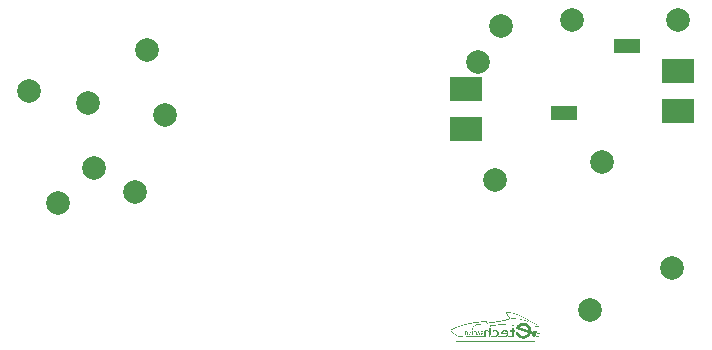
<source format=gbp>
G04*
G04 #@! TF.GenerationSoftware,Altium Limited,Altium Designer,23.3.1 (30)*
G04*
G04 Layer_Color=128*
%FSLAX44Y44*%
%MOMM*%
G71*
G04*
G04 #@! TF.SameCoordinates,FAC3D44D-3572-4026-B01C-A32F10146FDD*
G04*
G04*
G04 #@! TF.FilePolarity,Positive*
G04*
G01*
G75*
%ADD66C,2.0000*%
%ADD74R,2.2000X1.3000*%
%ADD75R,2.8000X2.0000*%
G36*
X430810Y27599D02*
X431985D01*
Y27552D01*
X432643D01*
Y27505D01*
X433160D01*
Y27458D01*
X433583D01*
Y27411D01*
X434007D01*
Y27364D01*
X434477D01*
Y27317D01*
X434806D01*
Y27270D01*
X435041D01*
Y27223D01*
X435370D01*
Y27176D01*
X435652D01*
Y27129D01*
X435934D01*
Y27082D01*
X436169D01*
Y27035D01*
X436404D01*
Y26988D01*
X436639D01*
Y26941D01*
X436921D01*
Y26894D01*
X437156D01*
Y26847D01*
X437345D01*
Y26800D01*
X437533D01*
Y26753D01*
X437721D01*
Y26706D01*
X437956D01*
Y26659D01*
X438191D01*
Y26612D01*
X438332D01*
Y26565D01*
X438520D01*
Y26518D01*
X438708D01*
Y26471D01*
X438896D01*
Y26424D01*
X439037D01*
Y26377D01*
X439178D01*
Y26330D01*
X439366D01*
Y26283D01*
X439554D01*
Y26236D01*
X439695D01*
Y26189D01*
X439883D01*
Y26142D01*
X439977D01*
Y26095D01*
X440165D01*
Y26048D01*
X440306D01*
Y26001D01*
X440447D01*
Y25954D01*
X440541D01*
Y25907D01*
X440682D01*
Y25860D01*
X440823D01*
Y25813D01*
X440965D01*
Y25766D01*
X441105D01*
Y25719D01*
X441199D01*
Y25672D01*
X441341D01*
Y25625D01*
X441482D01*
Y25578D01*
X441576D01*
Y25531D01*
X441717D01*
Y25484D01*
X441811D01*
Y25437D01*
X441905D01*
Y25390D01*
X442046D01*
Y25343D01*
X442140D01*
Y25296D01*
X442281D01*
Y25249D01*
X442375D01*
Y25202D01*
X442469D01*
Y25155D01*
X442610D01*
Y25108D01*
X442704D01*
Y25061D01*
X442798D01*
Y25014D01*
X442939D01*
Y24967D01*
X443033D01*
Y24920D01*
X443127D01*
Y24873D01*
X443221D01*
Y24826D01*
X443315D01*
Y24779D01*
X443409D01*
Y24732D01*
X443503D01*
Y24685D01*
X443597D01*
Y24637D01*
X443691D01*
Y24590D01*
X443832D01*
Y24543D01*
X443879D01*
Y24497D01*
X443973D01*
Y24450D01*
X444067D01*
Y24402D01*
X444161D01*
Y24355D01*
X444255D01*
Y24309D01*
X444349D01*
Y24261D01*
X444443D01*
Y24214D01*
X444490D01*
Y24120D01*
X444443D01*
Y24167D01*
X444302D01*
Y24214D01*
X444161D01*
Y24261D01*
X444067D01*
Y24309D01*
X443973D01*
Y24355D01*
X443832D01*
Y24402D01*
X443738D01*
Y24450D01*
X443644D01*
Y24497D01*
X443550D01*
Y24543D01*
X443409D01*
Y24590D01*
X443268D01*
Y24637D01*
X443174D01*
Y24685D01*
X443033D01*
Y24732D01*
X442939D01*
Y24779D01*
X442798D01*
Y24826D01*
X442657D01*
Y24873D01*
X442516D01*
Y24920D01*
X442375D01*
Y24967D01*
X442234D01*
Y25014D01*
X442093D01*
Y25061D01*
X441999D01*
Y25108D01*
X441858D01*
Y25155D01*
X441717D01*
Y25202D01*
X441576D01*
Y25249D01*
X441435D01*
Y25296D01*
X441294D01*
Y25343D01*
X441152D01*
Y25390D01*
X441012D01*
Y25437D01*
X440871D01*
Y25484D01*
X440682D01*
Y25531D01*
X440541D01*
Y25578D01*
X440400D01*
Y25625D01*
X440259D01*
Y25672D01*
X440118D01*
Y25719D01*
X439930D01*
Y25766D01*
X439789D01*
Y25813D01*
X439601D01*
Y25860D01*
X439460D01*
Y25907D01*
X439272D01*
Y25954D01*
X439084D01*
Y26001D01*
X438896D01*
Y26048D01*
X438708D01*
Y26095D01*
X438567D01*
Y26142D01*
X438332D01*
Y26189D01*
X438144D01*
Y26236D01*
X437956D01*
Y26283D01*
X437721D01*
Y26330D01*
X437533D01*
Y26377D01*
X437298D01*
Y26424D01*
X437062D01*
Y26471D01*
X436874D01*
Y26518D01*
X436639D01*
Y26565D01*
X436357D01*
Y26612D01*
X436122D01*
Y26659D01*
X435887D01*
Y26706D01*
X435652D01*
Y26753D01*
X435370D01*
Y26800D01*
X435088D01*
Y26847D01*
X434759D01*
Y26894D01*
X434477D01*
Y26941D01*
X434195D01*
Y26988D01*
X433819D01*
Y27035D01*
X433489D01*
Y27082D01*
X433113D01*
Y27129D01*
X432690D01*
Y27176D01*
X432314D01*
Y27223D01*
X431797D01*
Y27270D01*
X431280D01*
Y27317D01*
X430669D01*
Y27364D01*
X430058D01*
Y27411D01*
X429211D01*
Y27458D01*
X427942D01*
Y27505D01*
X427989D01*
Y27552D01*
X428224D01*
Y27599D01*
X429588D01*
Y27646D01*
X430810D01*
Y27599D01*
D02*
G37*
G36*
X422818Y22475D02*
X423899D01*
Y22428D01*
X424792D01*
Y22381D01*
X425403D01*
Y22334D01*
X425920D01*
Y22287D01*
X426485D01*
Y22240D01*
X426955D01*
Y22193D01*
X427425D01*
Y22146D01*
X427895D01*
Y22099D01*
X428177D01*
Y22052D01*
X428553D01*
Y22005D01*
X428976D01*
Y21958D01*
X429305D01*
Y21911D01*
X429588D01*
Y21864D01*
X429870D01*
Y21817D01*
X430199D01*
Y21770D01*
X430481D01*
Y21723D01*
X430810D01*
Y21676D01*
X431092D01*
Y21629D01*
X431139D01*
Y21535D01*
X430387D01*
Y21582D01*
X429493D01*
Y21629D01*
X428600D01*
Y21676D01*
X427378D01*
Y21723D01*
X426156D01*
Y21770D01*
X424792D01*
Y21817D01*
X420326D01*
Y21770D01*
X418728D01*
Y21723D01*
X417552D01*
Y21676D01*
X416612D01*
Y21629D01*
X415813D01*
Y21582D01*
X415155D01*
Y21535D01*
X414638D01*
Y21488D01*
X414073D01*
Y21441D01*
X413556D01*
Y21394D01*
X413086D01*
Y21347D01*
X412710D01*
Y21300D01*
X412334D01*
Y21253D01*
X411958D01*
Y21206D01*
X411582D01*
Y21159D01*
X411253D01*
Y21112D01*
X411018D01*
Y20971D01*
X411065D01*
Y20782D01*
X411112D01*
Y20642D01*
X411159D01*
Y20500D01*
X411206D01*
Y20312D01*
X411253D01*
Y20171D01*
X411300D01*
Y20030D01*
X411253D01*
Y20077D01*
X411206D01*
Y20124D01*
X411159D01*
Y20171D01*
X411112D01*
Y20265D01*
X411065D01*
Y20312D01*
X411018D01*
Y20406D01*
X410971D01*
Y20453D01*
X410924D01*
Y20547D01*
X410877D01*
Y20594D01*
X410830D01*
Y20689D01*
X410783D01*
Y20735D01*
X410736D01*
Y20830D01*
X410689D01*
Y20924D01*
X410642D01*
Y20971D01*
X410594D01*
Y21065D01*
X410547D01*
Y21112D01*
X410500D01*
Y21206D01*
X410453D01*
Y21253D01*
X410406D01*
Y21347D01*
X410359D01*
Y21394D01*
X410312D01*
Y21488D01*
X410265D01*
Y21535D01*
X410312D01*
Y21582D01*
X410500D01*
Y21629D01*
X410689D01*
Y21676D01*
X410924D01*
Y21723D01*
X411159D01*
Y21770D01*
X411394D01*
Y21817D01*
X411676D01*
Y21864D01*
X411958D01*
Y21911D01*
X412193D01*
Y21958D01*
X412522D01*
Y22005D01*
X412851D01*
Y22052D01*
X413227D01*
Y22099D01*
X413556D01*
Y22146D01*
X413885D01*
Y22193D01*
X414356D01*
Y22240D01*
X414779D01*
Y22287D01*
X415343D01*
Y22334D01*
X415813D01*
Y22381D01*
X416471D01*
Y22428D01*
X417223D01*
Y22475D01*
X418446D01*
Y22522D01*
X422818D01*
Y22475D01*
D02*
G37*
G36*
X401709Y22757D02*
X402038D01*
Y22710D01*
X402320D01*
Y22663D01*
X402508D01*
Y22616D01*
X402696D01*
Y22569D01*
X402837D01*
Y22522D01*
X402979D01*
Y22475D01*
X403120D01*
Y22428D01*
X403260D01*
Y22381D01*
X403402D01*
Y22334D01*
X403496D01*
Y22287D01*
X403590D01*
Y22240D01*
X403684D01*
Y22193D01*
X403778D01*
Y22146D01*
X403872D01*
Y22099D01*
X403966D01*
Y22052D01*
X404060D01*
Y22005D01*
X404154D01*
Y21958D01*
X404201D01*
Y21911D01*
X404295D01*
Y21864D01*
X404342D01*
Y21817D01*
X404436D01*
Y21770D01*
X404483D01*
Y21723D01*
X404577D01*
Y21676D01*
X404624D01*
Y21629D01*
X404718D01*
Y21582D01*
X404765D01*
Y21535D01*
X404812D01*
Y21488D01*
X404906D01*
Y21441D01*
X404953D01*
Y21394D01*
X405000D01*
Y21347D01*
X405047D01*
Y21300D01*
X405094D01*
Y21253D01*
X405141D01*
Y21206D01*
X405188D01*
Y21159D01*
X405235D01*
Y21112D01*
X405329D01*
Y21018D01*
X405376D01*
Y20971D01*
X405423D01*
Y20924D01*
X405470D01*
Y20830D01*
X405423D01*
Y20877D01*
X405376D01*
Y20924D01*
X405329D01*
Y20971D01*
X405235D01*
Y21018D01*
X405188D01*
Y21065D01*
X405141D01*
Y21112D01*
X405094D01*
Y21159D01*
X405000D01*
Y21206D01*
X404953D01*
Y21253D01*
X404906D01*
Y21300D01*
X404859D01*
Y21347D01*
X404765D01*
Y21394D01*
X404718D01*
Y21441D01*
X404624D01*
Y21488D01*
X404577D01*
Y21535D01*
X404483D01*
Y21582D01*
X404389D01*
Y21629D01*
X404342D01*
Y21676D01*
X404248D01*
Y21723D01*
X404154D01*
Y21770D01*
X404060D01*
Y21817D01*
X403966D01*
Y21864D01*
X403872D01*
Y21911D01*
X403731D01*
Y21958D01*
X403637D01*
Y22005D01*
X403543D01*
Y22052D01*
X403402D01*
Y22099D01*
X403260D01*
Y22146D01*
X403120D01*
Y22193D01*
X402979D01*
Y22240D01*
X402790D01*
Y22287D01*
X402602D01*
Y22334D01*
X402320D01*
Y22381D01*
X401944D01*
Y22428D01*
X400816D01*
Y22381D01*
X400393D01*
Y22334D01*
X400158D01*
Y22287D01*
X399923D01*
Y22240D01*
X399782D01*
Y22193D01*
X399641D01*
Y22146D01*
X399453D01*
Y22099D01*
X399311D01*
Y22052D01*
X399217D01*
Y22005D01*
X399076D01*
Y21958D01*
X398982D01*
Y21911D01*
X398888D01*
Y21864D01*
X398747D01*
Y21817D01*
X398700D01*
Y21770D01*
X398606D01*
Y21723D01*
X398512D01*
Y21676D01*
X398418D01*
Y21629D01*
X398324D01*
Y21582D01*
X398277D01*
Y21535D01*
X398183D01*
Y21488D01*
X398089D01*
Y21441D01*
X398042D01*
Y21394D01*
X397948D01*
Y21347D01*
X397901D01*
Y21300D01*
X397854D01*
Y21253D01*
X397760D01*
Y21206D01*
X397713D01*
Y21159D01*
X397666D01*
Y21112D01*
X397572D01*
Y21065D01*
X397525D01*
Y21018D01*
X397478D01*
Y20971D01*
X397431D01*
Y20924D01*
X397384D01*
Y20877D01*
X397337D01*
Y20830D01*
X397290D01*
Y20782D01*
X397243D01*
Y20735D01*
X397196D01*
Y20689D01*
X397149D01*
Y20642D01*
X397102D01*
Y20594D01*
X397055D01*
Y20547D01*
X397008D01*
Y20500D01*
X396961D01*
Y20453D01*
X396914D01*
Y20406D01*
X396867D01*
Y20312D01*
X396820D01*
Y20265D01*
X396773D01*
Y20218D01*
X396726D01*
Y20171D01*
X396679D01*
Y20077D01*
X396632D01*
Y20030D01*
X396585D01*
Y19983D01*
X396538D01*
Y19889D01*
X396491D01*
Y19842D01*
X396444D01*
Y19748D01*
X396397D01*
Y19701D01*
X396350D01*
Y19607D01*
X396303D01*
Y19513D01*
X396256D01*
Y19466D01*
X396209D01*
Y19372D01*
X396162D01*
Y19278D01*
X396115D01*
Y19184D01*
X396068D01*
Y19090D01*
X396021D01*
Y18996D01*
X395974D01*
Y18949D01*
Y18855D01*
X395927D01*
Y18761D01*
X395880D01*
Y18620D01*
X395833D01*
Y18526D01*
X395786D01*
Y18385D01*
X395739D01*
Y18197D01*
X395691D01*
Y18009D01*
X395644D01*
Y17821D01*
X395597D01*
Y17774D01*
X395550D01*
Y17727D01*
X395080D01*
Y17774D01*
X394986D01*
Y17915D01*
X395033D01*
Y18103D01*
X395080D01*
Y18244D01*
X395127D01*
Y18432D01*
X395174D01*
Y18573D01*
X395221D01*
Y18667D01*
X395269D01*
Y18808D01*
X395316D01*
Y18949D01*
X395363D01*
Y19043D01*
X395410D01*
Y19137D01*
X395457D01*
Y19231D01*
X395504D01*
Y19325D01*
X395550D01*
Y19419D01*
X395597D01*
Y19513D01*
X395644D01*
Y19607D01*
X395691D01*
Y19701D01*
X395739D01*
Y19795D01*
X395786D01*
Y19842D01*
X395833D01*
Y19936D01*
X395880D01*
Y19983D01*
X395927D01*
Y20077D01*
X395974D01*
Y20124D01*
X396021D01*
Y20218D01*
X396068D01*
Y20265D01*
X396115D01*
Y20312D01*
X396162D01*
Y20406D01*
X396209D01*
Y20453D01*
X396256D01*
Y20500D01*
X396303D01*
Y20594D01*
X396350D01*
Y20642D01*
X396397D01*
Y20689D01*
X396444D01*
Y20735D01*
X396491D01*
Y20782D01*
X396538D01*
Y20830D01*
X396585D01*
Y20877D01*
X396632D01*
Y20924D01*
X396679D01*
Y20971D01*
X396726D01*
Y21018D01*
X396773D01*
Y21065D01*
X396820D01*
Y21112D01*
X396867D01*
Y21159D01*
X396914D01*
Y21206D01*
X396961D01*
Y21253D01*
X397008D01*
Y21300D01*
X397055D01*
Y21347D01*
X397149D01*
Y21394D01*
X397196D01*
Y21441D01*
X397243D01*
Y21488D01*
X397290D01*
Y21535D01*
X397384D01*
Y21582D01*
X397431D01*
Y21629D01*
X397478D01*
Y21676D01*
X397572D01*
Y21723D01*
X397619D01*
Y21770D01*
X397713D01*
Y21817D01*
X397760D01*
Y21864D01*
X397854D01*
Y21911D01*
X397901D01*
Y21958D01*
X397995D01*
Y22005D01*
X398089D01*
Y22052D01*
X398183D01*
Y22099D01*
X398277D01*
Y22146D01*
X398371D01*
Y22193D01*
X398465D01*
Y22240D01*
X398559D01*
Y22287D01*
X398653D01*
Y22334D01*
X398794D01*
Y22381D01*
X398888D01*
Y22428D01*
X399029D01*
Y22475D01*
X399170D01*
Y22522D01*
X399311D01*
Y22569D01*
X399453D01*
Y22616D01*
X399641D01*
Y22663D01*
X399876D01*
Y22710D01*
X400158D01*
Y22757D01*
X400487D01*
Y22804D01*
X401709D01*
Y22757D01*
D02*
G37*
G36*
X427425Y32724D02*
X427848D01*
Y32677D01*
X428177D01*
Y32630D01*
X428506D01*
Y32583D01*
X428835D01*
Y32536D01*
X429117D01*
Y32489D01*
X429399D01*
Y32442D01*
X429588D01*
Y32395D01*
X429823D01*
Y32348D01*
X430058D01*
Y32301D01*
X430246D01*
Y32254D01*
X430434D01*
Y32206D01*
X430622D01*
Y32160D01*
X430763D01*
Y32113D01*
X430951D01*
Y32065D01*
X431139D01*
Y32018D01*
X431280D01*
Y31971D01*
X431468D01*
Y31925D01*
X431609D01*
Y31877D01*
X431750D01*
Y31830D01*
X431938D01*
Y31783D01*
X432032D01*
Y31736D01*
X432173D01*
Y31689D01*
X432314D01*
Y31642D01*
X432502D01*
Y31595D01*
X432643D01*
Y31548D01*
X432737D01*
Y31501D01*
X432878D01*
Y31454D01*
X433019D01*
Y31407D01*
X433113D01*
Y31360D01*
X433255D01*
Y31313D01*
X433349D01*
Y31266D01*
X433489D01*
Y31219D01*
X433631D01*
Y31172D01*
X433772D01*
Y31125D01*
X433866D01*
Y31078D01*
X434007D01*
Y31031D01*
X434101D01*
Y30984D01*
X434195D01*
Y30937D01*
X434336D01*
Y30890D01*
X434430D01*
Y30843D01*
X434524D01*
Y30796D01*
X434618D01*
Y30749D01*
X434759D01*
Y30702D01*
X434853D01*
Y30655D01*
X434947D01*
Y30608D01*
X435041D01*
Y30561D01*
X435182D01*
Y30514D01*
X435276D01*
Y30467D01*
X435370D01*
Y30420D01*
X435464D01*
Y30373D01*
X435558D01*
Y30326D01*
X435652D01*
Y30279D01*
X435746D01*
Y30232D01*
X435840D01*
Y30185D01*
X435934D01*
Y30138D01*
X436028D01*
Y30091D01*
X436169D01*
Y30044D01*
X436263D01*
Y29997D01*
X436357D01*
Y29950D01*
X436451D01*
Y29903D01*
X436545D01*
Y29856D01*
X436639D01*
Y29809D01*
X436733D01*
Y29762D01*
X436827D01*
Y29715D01*
X436921D01*
Y29668D01*
X437015D01*
Y29621D01*
X437109D01*
Y29574D01*
X437203D01*
Y29527D01*
X437298D01*
Y29480D01*
X437392D01*
Y29433D01*
X437486D01*
Y29386D01*
X437580D01*
Y29339D01*
X437674D01*
Y29292D01*
X437721D01*
Y29245D01*
X437815D01*
Y29198D01*
X437909D01*
Y29151D01*
X438003D01*
Y29104D01*
X438097D01*
Y29057D01*
X438191D01*
Y29010D01*
X438285D01*
Y28963D01*
X438379D01*
Y28916D01*
X438473D01*
Y28869D01*
X438520D01*
Y28822D01*
X438614D01*
Y28775D01*
X438708D01*
Y28728D01*
X438802D01*
Y28681D01*
X438896D01*
Y28634D01*
X438990D01*
Y28587D01*
X439084D01*
Y28540D01*
X439131D01*
Y28493D01*
X439272D01*
Y28446D01*
X439319D01*
Y28398D01*
X439413D01*
Y28352D01*
X439507D01*
Y28305D01*
X439601D01*
Y28258D01*
X439695D01*
Y28210D01*
X439789D01*
Y28163D01*
X439836D01*
Y28117D01*
X439930D01*
Y28069D01*
X440024D01*
Y28022D01*
X440118D01*
Y27975D01*
X440212D01*
Y27928D01*
X440259D01*
Y27881D01*
X440353D01*
Y27834D01*
X440447D01*
Y27787D01*
X440541D01*
Y27740D01*
X440635D01*
Y27693D01*
X440682D01*
Y27646D01*
X440776D01*
Y27599D01*
X440871D01*
Y27552D01*
X440965D01*
Y27505D01*
X441012D01*
Y27458D01*
X441105D01*
Y27411D01*
X441199D01*
Y27364D01*
X441294D01*
Y27317D01*
X441341D01*
Y27270D01*
X441435D01*
Y27223D01*
X441529D01*
Y27176D01*
X441623D01*
Y27129D01*
X441717D01*
Y27082D01*
X441764D01*
Y27035D01*
X441858D01*
Y26988D01*
X441952D01*
Y26941D01*
X442046D01*
Y26894D01*
X442093D01*
Y26847D01*
X442187D01*
Y26800D01*
X442281D01*
Y26753D01*
X442328D01*
Y26706D01*
X442422D01*
Y26659D01*
X442516D01*
Y26612D01*
X442610D01*
Y26565D01*
X442657D01*
Y26518D01*
X442751D01*
Y26471D01*
X442845D01*
Y26424D01*
X442939D01*
Y26377D01*
X442986D01*
Y26330D01*
X443080D01*
Y26283D01*
X443174D01*
Y26236D01*
X443268D01*
Y26189D01*
X443315D01*
Y26142D01*
X443409D01*
Y26095D01*
X443503D01*
Y26048D01*
X443550D01*
Y26001D01*
X443644D01*
Y25954D01*
X443738D01*
Y25907D01*
X443785D01*
Y25860D01*
X443879D01*
Y25813D01*
X443973D01*
Y25766D01*
X444067D01*
Y25719D01*
X444114D01*
Y25672D01*
X444208D01*
Y25625D01*
X444302D01*
Y25578D01*
X444396D01*
Y25531D01*
X444443D01*
Y25484D01*
X444537D01*
Y25437D01*
X444631D01*
Y25390D01*
X444725D01*
Y25343D01*
X444772D01*
Y25296D01*
X444866D01*
Y25249D01*
X444961D01*
Y25202D01*
X445008D01*
Y25155D01*
X445102D01*
Y25108D01*
X445196D01*
Y25061D01*
X445290D01*
Y25014D01*
X445337D01*
Y24967D01*
X445431D01*
Y24920D01*
X445525D01*
Y24873D01*
X445572D01*
Y24826D01*
X445666D01*
Y24779D01*
X445760D01*
Y24732D01*
X445807D01*
Y24685D01*
X445901D01*
Y24637D01*
X445995D01*
Y24590D01*
X446042D01*
Y24543D01*
X446136D01*
Y24497D01*
X446230D01*
Y24450D01*
X446277D01*
Y24402D01*
X446371D01*
Y24355D01*
X446465D01*
Y24309D01*
X446559D01*
Y24261D01*
X446606D01*
Y24214D01*
X446700D01*
Y24167D01*
X446794D01*
Y24120D01*
X446888D01*
Y24073D01*
X446935D01*
Y24026D01*
X447029D01*
Y23979D01*
X447123D01*
Y23932D01*
X447217D01*
Y23885D01*
X447311D01*
Y23838D01*
X447405D01*
Y23791D01*
X447499D01*
Y23744D01*
X447593D01*
Y23697D01*
X447640D01*
Y23650D01*
X447734D01*
Y23603D01*
X447828D01*
Y23556D01*
X447922D01*
Y23509D01*
X448016D01*
Y23462D01*
X448110D01*
Y23415D01*
X448204D01*
Y23368D01*
X448298D01*
Y23321D01*
X448392D01*
Y23274D01*
X448487D01*
Y23227D01*
X448581D01*
Y23180D01*
X448675D01*
Y23133D01*
X448769D01*
Y23086D01*
X448863D01*
Y23039D01*
X449004D01*
Y22992D01*
X449098D01*
Y22945D01*
X449192D01*
Y22898D01*
X449286D01*
Y22851D01*
X449380D01*
Y22804D01*
X449474D01*
Y22757D01*
X449615D01*
Y22710D01*
X449709D01*
Y22663D01*
X449850D01*
Y22616D01*
X449944D01*
Y22569D01*
X450038D01*
Y22522D01*
X450179D01*
Y22475D01*
X450273D01*
Y22428D01*
X450367D01*
Y22381D01*
X450414D01*
Y22334D01*
X450508D01*
Y22287D01*
X450602D01*
Y22240D01*
X450649D01*
Y22193D01*
X450696D01*
Y22146D01*
X450790D01*
Y22099D01*
X450837D01*
Y22052D01*
X450884D01*
Y22005D01*
X450931D01*
Y21958D01*
X450978D01*
Y21911D01*
X451025D01*
Y21864D01*
X451072D01*
Y21817D01*
X451119D01*
Y21770D01*
X451166D01*
Y21723D01*
X451213D01*
Y21676D01*
X451260D01*
Y21629D01*
X451307D01*
Y21535D01*
X451354D01*
Y21488D01*
X451401D01*
Y21441D01*
X451448D01*
Y21347D01*
X451495D01*
Y21253D01*
X451542D01*
Y21159D01*
X451589D01*
Y21065D01*
X451636D01*
Y20971D01*
X451683D01*
Y20594D01*
X451636D01*
Y20547D01*
X451213D01*
Y20594D01*
X448392D01*
Y20547D01*
X447640D01*
Y20500D01*
X447264D01*
Y20453D01*
X446935D01*
Y20406D01*
X446653D01*
Y20359D01*
X446418D01*
Y20312D01*
X446230D01*
Y20265D01*
X446089D01*
Y20218D01*
X445948D01*
Y20171D01*
X445854D01*
Y20124D01*
X445807D01*
Y20077D01*
X445713D01*
Y20030D01*
X445666D01*
Y19983D01*
X445572D01*
Y20077D01*
X445619D01*
Y20124D01*
X445666D01*
Y20171D01*
X445760D01*
Y20218D01*
X445807D01*
Y20265D01*
X445901D01*
Y20312D01*
X445995D01*
Y20359D01*
X446136D01*
Y20406D01*
X446277D01*
Y20453D01*
X446465D01*
Y20500D01*
X446653D01*
Y20547D01*
X446841D01*
Y20594D01*
X447170D01*
Y20642D01*
X447640D01*
Y20689D01*
X448157D01*
Y20735D01*
X448815D01*
Y20782D01*
X450179D01*
Y20830D01*
X450273D01*
Y20782D01*
X450367D01*
Y20830D01*
X450508D01*
Y20782D01*
X450696D01*
Y20830D01*
X450790D01*
Y20782D01*
X451448D01*
Y20924D01*
X451401D01*
Y21065D01*
X451354D01*
Y21112D01*
X451307D01*
Y21206D01*
X451260D01*
Y21253D01*
X451213D01*
Y21347D01*
X451166D01*
Y21394D01*
X451119D01*
Y21441D01*
X451072D01*
Y21535D01*
X451025D01*
Y21582D01*
X450978D01*
Y21629D01*
X450931D01*
Y21676D01*
X450884D01*
Y21723D01*
X450837D01*
Y21770D01*
X450743D01*
Y21817D01*
X450696D01*
Y21864D01*
X450649D01*
Y21911D01*
X450602D01*
Y21958D01*
X450508D01*
Y22005D01*
X450461D01*
Y22052D01*
X450367D01*
Y22099D01*
X450273D01*
Y22146D01*
X450179D01*
Y22193D01*
X450085D01*
Y22240D01*
X449991D01*
Y22287D01*
X449850D01*
Y22334D01*
X449756D01*
Y22381D01*
X449615D01*
Y22428D01*
X449521D01*
Y22475D01*
X449380D01*
Y22522D01*
X449286D01*
Y22569D01*
X449145D01*
Y22616D01*
X449051D01*
Y22663D01*
X448957D01*
Y22710D01*
X448863D01*
Y22757D01*
X448722D01*
Y22804D01*
X448628D01*
Y22851D01*
X448534D01*
Y22898D01*
X448439D01*
Y22945D01*
X448345D01*
Y22992D01*
X448204D01*
Y23039D01*
X448110D01*
Y23086D01*
X448016D01*
Y23133D01*
X447922D01*
Y23180D01*
X447828D01*
Y23227D01*
X447734D01*
Y23274D01*
X447640D01*
Y23321D01*
X447546D01*
Y23368D01*
X447452D01*
Y23415D01*
X447358D01*
Y23462D01*
X447264D01*
Y23509D01*
X447170D01*
Y23556D01*
X447076D01*
Y23603D01*
X446982D01*
Y23650D01*
X446888D01*
Y23697D01*
X446794D01*
Y23744D01*
X446700D01*
Y23791D01*
X446606D01*
Y23838D01*
X446559D01*
Y23885D01*
X446465D01*
Y23932D01*
X446371D01*
Y23979D01*
X446277D01*
Y24026D01*
X446183D01*
Y24073D01*
X446089D01*
Y24120D01*
X445995D01*
Y24167D01*
X445901D01*
Y24214D01*
X445854D01*
Y24261D01*
X445760D01*
Y24309D01*
X445666D01*
Y24355D01*
X445572D01*
Y24402D01*
X445478D01*
Y24450D01*
X445431D01*
Y24497D01*
X445337D01*
Y24543D01*
X445243D01*
Y24590D01*
X445149D01*
Y24637D01*
X445102D01*
Y24685D01*
X445008D01*
Y24732D01*
X444913D01*
Y24779D01*
X444866D01*
Y24826D01*
X444772D01*
Y24873D01*
X444678D01*
Y24920D01*
X444584D01*
Y24967D01*
X444490D01*
Y25014D01*
X444443D01*
Y25061D01*
X444349D01*
Y25108D01*
X444255D01*
Y25155D01*
X444161D01*
Y25202D01*
X444067D01*
Y25249D01*
X443973D01*
Y25296D01*
X443926D01*
Y25343D01*
X443832D01*
Y25390D01*
X443738D01*
Y25437D01*
X443644D01*
Y25484D01*
X443550D01*
Y25531D01*
X443503D01*
Y25578D01*
X443409D01*
Y25625D01*
X443315D01*
Y25672D01*
X443221D01*
Y25719D01*
X443127D01*
Y25766D01*
X443080D01*
Y25813D01*
X442986D01*
Y25860D01*
X442892D01*
Y25907D01*
X442798D01*
Y25954D01*
X442704D01*
Y26001D01*
X442657D01*
Y26048D01*
X442563D01*
Y26095D01*
X442469D01*
Y26142D01*
X442375D01*
Y26189D01*
X442328D01*
Y26236D01*
X442234D01*
Y26283D01*
X442140D01*
Y26330D01*
X442046D01*
Y26377D01*
X441952D01*
Y26424D01*
X441905D01*
Y26471D01*
X441811D01*
Y26518D01*
X441717D01*
Y26565D01*
X441623D01*
Y26612D01*
X441576D01*
Y26659D01*
X441482D01*
Y26706D01*
X441388D01*
Y26753D01*
X441294D01*
Y26800D01*
X441199D01*
Y26847D01*
X441105D01*
Y26894D01*
X441012D01*
Y26941D01*
X440965D01*
Y26988D01*
X440871D01*
Y27035D01*
X440776D01*
Y27082D01*
X440682D01*
Y27129D01*
X440588D01*
Y27176D01*
X440494D01*
Y27223D01*
X440447D01*
Y27270D01*
X440353D01*
Y27317D01*
X440259D01*
Y27364D01*
X440165D01*
Y27411D01*
X440071D01*
Y27458D01*
X439977D01*
Y27505D01*
X439883D01*
Y27552D01*
X439836D01*
Y27599D01*
X439742D01*
Y27646D01*
X439648D01*
Y27693D01*
X439554D01*
Y27740D01*
X439460D01*
Y27787D01*
X439366D01*
Y27834D01*
X439272D01*
Y27881D01*
X439225D01*
Y27928D01*
X439131D01*
Y27975D01*
X439037D01*
Y28022D01*
X438943D01*
Y28069D01*
X438849D01*
Y28117D01*
X438755D01*
Y28163D01*
X438661D01*
Y28210D01*
X438567D01*
Y28258D01*
X438473D01*
Y28305D01*
X438379D01*
Y28352D01*
X438285D01*
Y28398D01*
X438191D01*
Y28446D01*
X438097D01*
Y28493D01*
X438003D01*
Y28540D01*
X437909D01*
Y28587D01*
X437815D01*
Y28634D01*
X437721D01*
Y28681D01*
X437627D01*
Y28728D01*
X437533D01*
Y28775D01*
X437439D01*
Y28822D01*
X437345D01*
Y28869D01*
X437251D01*
Y28916D01*
X437156D01*
Y28963D01*
X437109D01*
Y29010D01*
X436968D01*
Y29057D01*
X436874D01*
Y29104D01*
X436780D01*
Y29151D01*
X436686D01*
Y29198D01*
X436592D01*
Y29245D01*
X436498D01*
Y29292D01*
X436404D01*
Y29339D01*
X436310D01*
Y29386D01*
X436216D01*
Y29433D01*
X436122D01*
Y29480D01*
X436028D01*
Y29527D01*
X435934D01*
Y29574D01*
X435793D01*
Y29621D01*
X435699D01*
Y29668D01*
X435605D01*
Y29715D01*
X435511D01*
Y29762D01*
X435417D01*
Y29809D01*
X435323D01*
Y29856D01*
X435229D01*
Y29903D01*
X435135D01*
Y29950D01*
X434994D01*
Y29997D01*
X434900D01*
Y30044D01*
X434806D01*
Y30091D01*
X434712D01*
Y30138D01*
X434571D01*
Y30185D01*
X434477D01*
Y30232D01*
X434336D01*
Y30279D01*
X434242D01*
Y30326D01*
X434148D01*
Y30373D01*
X434054D01*
Y30420D01*
X433913D01*
Y30467D01*
X433819D01*
Y30514D01*
X433678D01*
Y30561D01*
X433583D01*
Y30608D01*
X433442D01*
Y30655D01*
X433302D01*
Y30702D01*
X433160D01*
Y30749D01*
X433066D01*
Y30796D01*
X432925D01*
Y30843D01*
X432831D01*
Y30890D01*
X432690D01*
Y30937D01*
X432549D01*
Y30984D01*
X432408D01*
Y31031D01*
X432267D01*
Y31078D01*
X432126D01*
Y31125D01*
X431938D01*
Y31172D01*
X431844D01*
Y31219D01*
X431656D01*
Y31266D01*
X431515D01*
Y31313D01*
X431327D01*
Y31360D01*
X431186D01*
Y31407D01*
X430998D01*
Y31454D01*
X430857D01*
Y31501D01*
X430669D01*
Y31548D01*
X430481D01*
Y31595D01*
X430293D01*
Y31642D01*
X430105D01*
Y31689D01*
X429870D01*
Y31736D01*
X429635D01*
Y31783D01*
X429399D01*
Y31830D01*
X429164D01*
Y31877D01*
X428882D01*
Y31925D01*
X428600D01*
Y31971D01*
X428224D01*
Y32018D01*
X427801D01*
Y32065D01*
X427331D01*
Y32113D01*
X425121D01*
Y32065D01*
X424792D01*
Y32018D01*
X424698D01*
Y31925D01*
X424745D01*
Y31877D01*
X424792D01*
Y31830D01*
X424839D01*
Y31736D01*
X424886D01*
Y31689D01*
X424933D01*
Y31642D01*
X424980D01*
Y31548D01*
X425027D01*
Y31501D01*
X425074D01*
Y31407D01*
X425121D01*
Y31360D01*
X425168D01*
Y31313D01*
X425215D01*
Y31219D01*
X425262D01*
Y31172D01*
X425309D01*
Y31078D01*
X425356D01*
Y31031D01*
X425403D01*
Y30984D01*
X425450D01*
Y30890D01*
X425497D01*
Y30843D01*
X425544D01*
Y30796D01*
X425591D01*
Y30702D01*
X425638D01*
Y30655D01*
X425686D01*
Y30561D01*
X425732D01*
Y30514D01*
X425779D01*
Y30467D01*
X425826D01*
Y30373D01*
X425873D01*
Y30326D01*
X425920D01*
Y30279D01*
X425967D01*
Y30185D01*
X426015D01*
Y30138D01*
X426062D01*
Y30091D01*
X426109D01*
Y29997D01*
X426156D01*
Y29950D01*
X426203D01*
Y29856D01*
X426250D01*
Y29809D01*
X426297D01*
Y29762D01*
X426344D01*
Y29668D01*
X426391D01*
Y29621D01*
X426438D01*
Y29574D01*
X426485D01*
Y29527D01*
X426532D01*
Y29433D01*
X426579D01*
Y29386D01*
X426626D01*
Y29339D01*
X426673D01*
Y29245D01*
X426720D01*
Y29198D01*
X426767D01*
Y29151D01*
X426814D01*
Y29057D01*
X426861D01*
Y29010D01*
X426908D01*
Y28963D01*
X426955D01*
Y28869D01*
X427002D01*
Y28822D01*
X427049D01*
Y28728D01*
X427096D01*
Y28634D01*
X427143D01*
Y28493D01*
X427190D01*
Y28352D01*
X427237D01*
Y27881D01*
X427190D01*
Y27693D01*
X427143D01*
Y27599D01*
X427096D01*
Y27505D01*
X427049D01*
Y27411D01*
X427002D01*
Y27364D01*
X426955D01*
Y27270D01*
X426908D01*
Y27223D01*
X426861D01*
Y27176D01*
X426814D01*
Y27129D01*
X426767D01*
Y27082D01*
X426720D01*
Y27035D01*
X426673D01*
Y26988D01*
X426626D01*
Y26941D01*
X426579D01*
Y26894D01*
X426485D01*
Y26847D01*
X426438D01*
Y26800D01*
X426344D01*
Y26753D01*
X426297D01*
Y26706D01*
X426203D01*
Y26659D01*
X426156D01*
Y26612D01*
X426062D01*
Y26565D01*
X425967D01*
Y26518D01*
X425873D01*
Y26471D01*
X425779D01*
Y26424D01*
X425686D01*
Y26377D01*
X425591D01*
Y26330D01*
X425450D01*
Y26283D01*
X425356D01*
Y26236D01*
X425215D01*
Y26189D01*
X425121D01*
Y26142D01*
X424980D01*
Y26095D01*
X424839D01*
Y26048D01*
X424698D01*
Y26001D01*
X424557D01*
Y25954D01*
X424369D01*
Y25907D01*
X424181D01*
Y25860D01*
X423993D01*
Y25813D01*
X423805D01*
Y25766D01*
X423617D01*
Y25719D01*
X423382D01*
Y25672D01*
X423147D01*
Y25625D01*
X422959D01*
Y25578D01*
X422771D01*
Y25531D01*
X422536D01*
Y25484D01*
X422301D01*
Y25437D01*
X422066D01*
Y25390D01*
X421830D01*
Y25343D01*
X421642D01*
Y25296D01*
X421360D01*
Y25249D01*
X421125D01*
Y25202D01*
X420890D01*
Y25155D01*
X420655D01*
Y25108D01*
X420420D01*
Y25061D01*
X420138D01*
Y25014D01*
X419856D01*
Y24967D01*
X419621D01*
Y24920D01*
X419386D01*
Y24873D01*
X419104D01*
Y24826D01*
X418822D01*
Y24779D01*
X418540D01*
Y24732D01*
X418257D01*
Y24685D01*
X418022D01*
Y24637D01*
X417740D01*
Y24590D01*
X417458D01*
Y24543D01*
X417176D01*
Y24497D01*
X416847D01*
Y24450D01*
X416612D01*
Y24402D01*
X416330D01*
Y24355D01*
X416001D01*
Y24309D01*
X415719D01*
Y24261D01*
X415390D01*
Y24214D01*
X415155D01*
Y24167D01*
X414826D01*
Y24120D01*
X414496D01*
Y24073D01*
X414167D01*
Y24026D01*
X413885D01*
Y23979D01*
X413603D01*
Y23932D01*
X413274D01*
Y23885D01*
X412945D01*
Y23838D01*
X412616D01*
Y23791D01*
X412334D01*
Y23744D01*
X412005D01*
Y23697D01*
X411676D01*
Y23650D01*
X411253D01*
Y23603D01*
X410971D01*
Y23556D01*
X410642D01*
Y23509D01*
X410312D01*
Y23462D01*
X409936D01*
Y23415D01*
X409560D01*
Y23368D01*
X409231D01*
Y23321D01*
X408902D01*
Y23274D01*
X408291D01*
Y23321D01*
X408150D01*
Y23368D01*
X408056D01*
Y23415D01*
X407962D01*
Y23462D01*
X407915D01*
Y23509D01*
X407821D01*
Y23556D01*
X407774D01*
Y23603D01*
X407727D01*
Y23650D01*
X407680D01*
Y23744D01*
X407633D01*
Y23791D01*
X407586D01*
Y23885D01*
X407539D01*
Y23979D01*
X407492D01*
Y24073D01*
X407445D01*
Y24214D01*
X407398D01*
Y24309D01*
X407351D01*
Y24450D01*
X407304D01*
Y24543D01*
X406833D01*
Y24497D01*
X406081D01*
Y24450D01*
X405282D01*
Y24402D01*
X404342D01*
Y24355D01*
X403637D01*
Y24309D01*
X403120D01*
Y24261D01*
X402649D01*
Y24214D01*
X402132D01*
Y24167D01*
X401615D01*
Y24120D01*
X401051D01*
Y24073D01*
X400534D01*
Y24026D01*
X400205D01*
Y23979D01*
X399829D01*
Y23932D01*
X399453D01*
Y23885D01*
X399029D01*
Y23838D01*
X398700D01*
Y23791D01*
X398324D01*
Y23744D01*
X397995D01*
Y23697D01*
X397619D01*
Y23650D01*
X397243D01*
Y23603D01*
X396961D01*
Y23556D01*
X396726D01*
Y23509D01*
X396397D01*
Y23462D01*
X396115D01*
Y23415D01*
X395833D01*
Y23368D01*
X395504D01*
Y23321D01*
X395269D01*
Y23274D01*
X394986D01*
Y23227D01*
X394657D01*
Y23180D01*
X394422D01*
Y23133D01*
X394187D01*
Y23086D01*
X393952D01*
Y23039D01*
X393717D01*
Y22992D01*
X393482D01*
Y22945D01*
X393247D01*
Y22898D01*
X393012D01*
Y22851D01*
X392777D01*
Y22804D01*
X392542D01*
Y22757D01*
X392307D01*
Y22710D01*
X392072D01*
Y22663D01*
X391884D01*
Y22616D01*
X391648D01*
Y22569D01*
X391460D01*
Y22522D01*
X391272D01*
Y22475D01*
X391084D01*
Y22428D01*
X390896D01*
Y22381D01*
X390661D01*
Y22334D01*
X390473D01*
Y22287D01*
X390285D01*
Y22240D01*
X390097D01*
Y22193D01*
X389909D01*
Y22146D01*
X389721D01*
Y22099D01*
X389486D01*
Y22052D01*
X389298D01*
Y22005D01*
X389157D01*
Y21958D01*
X388969D01*
Y21911D01*
X388828D01*
Y21864D01*
X388640D01*
Y21817D01*
X388452D01*
Y21770D01*
X388311D01*
Y21723D01*
X388123D01*
Y21676D01*
X387981D01*
Y21629D01*
X387794D01*
Y21582D01*
X387605D01*
Y21535D01*
X387464D01*
Y21488D01*
X387276D01*
Y21441D01*
X387135D01*
Y21394D01*
X386947D01*
Y21347D01*
X386806D01*
Y21300D01*
X386665D01*
Y21253D01*
X386524D01*
Y21206D01*
X386383D01*
Y21159D01*
X386195D01*
Y21112D01*
X386101D01*
Y21065D01*
X385913D01*
Y21018D01*
X385772D01*
Y20971D01*
X385631D01*
Y20924D01*
X385490D01*
Y20877D01*
X385349D01*
Y20830D01*
X385208D01*
Y20782D01*
X385067D01*
Y20735D01*
X384926D01*
Y20689D01*
X384785D01*
Y20642D01*
X384644D01*
Y20594D01*
X384503D01*
Y20547D01*
X384362D01*
Y20500D01*
X384268D01*
Y20453D01*
X384127D01*
Y20406D01*
X383985D01*
Y20359D01*
X383844D01*
Y20312D01*
X383703D01*
Y20265D01*
X383562D01*
Y20218D01*
X383468D01*
Y20171D01*
X383327D01*
Y20124D01*
X383233D01*
Y20077D01*
X383092D01*
Y20030D01*
X382998D01*
Y19983D01*
X382857D01*
Y19936D01*
X382763D01*
Y19889D01*
X382622D01*
Y19842D01*
X382481D01*
Y19795D01*
X382387D01*
Y19748D01*
X382246D01*
Y19701D01*
X382152D01*
Y19654D01*
X382011D01*
Y19607D01*
X381917D01*
Y19560D01*
X381823D01*
Y19513D01*
X381682D01*
Y19466D01*
X381588D01*
Y19419D01*
X381494D01*
Y19372D01*
X381353D01*
Y19325D01*
X381259D01*
Y19278D01*
X381165D01*
Y19231D01*
X381024D01*
Y19184D01*
X380930D01*
Y19137D01*
X380836D01*
Y19090D01*
X380742D01*
Y19043D01*
X380648D01*
Y18996D01*
X380507D01*
Y18949D01*
X380412D01*
Y18902D01*
X380318D01*
Y18855D01*
X380224D01*
Y18808D01*
X380131D01*
Y18761D01*
X379989D01*
Y18714D01*
X379895D01*
Y18667D01*
X379801D01*
Y18620D01*
X379707D01*
Y18573D01*
X379613D01*
Y18526D01*
X379519D01*
Y18479D01*
X379425D01*
Y18432D01*
X379331D01*
Y18385D01*
X379284D01*
Y18338D01*
X379143D01*
Y18291D01*
X379049D01*
Y18244D01*
X378955D01*
Y18197D01*
X378908D01*
Y18150D01*
X378814D01*
Y18103D01*
X378720D01*
Y18056D01*
X378626D01*
Y18009D01*
X378532D01*
Y17962D01*
X378438D01*
Y17915D01*
X378391D01*
Y17868D01*
X378297D01*
Y17821D01*
X378203D01*
Y17774D01*
X378109D01*
Y17727D01*
X378062D01*
Y17680D01*
X377968D01*
Y17633D01*
X377874D01*
Y17586D01*
X377827D01*
Y17539D01*
X377780D01*
Y17492D01*
X377733D01*
Y17304D01*
X377780D01*
Y17116D01*
X377827D01*
Y17022D01*
X377874D01*
Y16927D01*
X377921D01*
Y16833D01*
X377968D01*
Y16739D01*
X378015D01*
Y16692D01*
X378062D01*
Y16598D01*
X378109D01*
Y16551D01*
X378156D01*
Y16504D01*
X378203D01*
Y16410D01*
X378250D01*
Y16363D01*
X378297D01*
Y16316D01*
X378344D01*
Y16269D01*
X378391D01*
Y16222D01*
X378438D01*
Y16175D01*
X378485D01*
Y16128D01*
X378532D01*
Y16081D01*
X378579D01*
Y16034D01*
X378626D01*
Y15987D01*
X378673D01*
Y15940D01*
X378720D01*
Y15893D01*
X378767D01*
Y15846D01*
X378814D01*
Y15799D01*
X378861D01*
Y15752D01*
X378908D01*
Y15705D01*
X378955D01*
Y15658D01*
X379002D01*
Y15611D01*
X379096D01*
Y15564D01*
X379143D01*
Y15517D01*
X379190D01*
Y15470D01*
X379237D01*
Y15423D01*
X379284D01*
Y15376D01*
X379378D01*
Y15329D01*
X379425D01*
Y15282D01*
X379472D01*
Y15235D01*
X379519D01*
Y15188D01*
X379613D01*
Y15141D01*
X379660D01*
Y15094D01*
X379707D01*
Y15047D01*
X379801D01*
Y15000D01*
X379848D01*
Y14953D01*
X379942D01*
Y14906D01*
X379989D01*
Y14859D01*
X380036D01*
Y14812D01*
X380131D01*
Y14765D01*
X380177D01*
Y14718D01*
X380271D01*
Y14671D01*
X380318D01*
Y14624D01*
X380412D01*
Y14577D01*
X380460D01*
Y14530D01*
X380554D01*
Y14483D01*
X380601D01*
Y14436D01*
X380695D01*
Y14389D01*
X380742D01*
Y14342D01*
X380836D01*
Y14295D01*
X380883D01*
Y14248D01*
X380977D01*
Y14201D01*
X381071D01*
Y14154D01*
X381118D01*
Y14107D01*
X381212D01*
Y14060D01*
X381259D01*
Y14013D01*
X381353D01*
Y13966D01*
X381447D01*
Y13919D01*
X381494D01*
Y13872D01*
X381588D01*
Y13825D01*
X381682D01*
Y13778D01*
X381729D01*
Y13731D01*
X381823D01*
Y13684D01*
X381917D01*
Y13637D01*
X382011D01*
Y13590D01*
X382058D01*
Y13543D01*
X382152D01*
Y13496D01*
X382246D01*
Y13449D01*
X382340D01*
Y13402D01*
X382434D01*
Y13355D01*
X382481D01*
Y13308D01*
X382575D01*
Y13261D01*
X382669D01*
Y13213D01*
X382763D01*
Y13167D01*
X382857D01*
Y13119D01*
X382951D01*
Y13073D01*
X383045D01*
Y13025D01*
X383092D01*
Y12979D01*
X383186D01*
Y12931D01*
X383280D01*
Y12884D01*
X383374D01*
Y12837D01*
X383468D01*
Y12790D01*
X383562D01*
Y12743D01*
X383656D01*
Y12696D01*
X383750D01*
Y12649D01*
X383844D01*
Y12602D01*
X383938D01*
Y12555D01*
X384033D01*
Y12508D01*
X384127D01*
Y12461D01*
X384221D01*
Y12414D01*
X384314D01*
Y12367D01*
X385255D01*
Y12320D01*
X386571D01*
Y12273D01*
X387794D01*
Y12226D01*
X389768D01*
Y12273D01*
X391084D01*
Y12320D01*
X392401D01*
Y12367D01*
X393717D01*
Y12414D01*
X395033D01*
Y12461D01*
X396350D01*
Y12508D01*
X397713D01*
Y12555D01*
X399029D01*
Y12602D01*
X400346D01*
Y12649D01*
X401709D01*
Y12696D01*
X405611D01*
Y14248D01*
X405658D01*
Y16269D01*
X405705D01*
Y16504D01*
X405752D01*
Y16645D01*
X405799D01*
Y16739D01*
X405846D01*
Y16881D01*
X405893D01*
Y16927D01*
X405940D01*
Y17022D01*
X405987D01*
Y17116D01*
X406034D01*
Y17163D01*
X406081D01*
Y17210D01*
X406128D01*
Y17257D01*
X406175D01*
Y17351D01*
X406222D01*
Y17398D01*
X406269D01*
Y17445D01*
X406363D01*
Y17492D01*
X406410D01*
Y17539D01*
X406457D01*
Y17586D01*
X406504D01*
Y17633D01*
X406598D01*
Y17680D01*
X406645D01*
Y17727D01*
X406740D01*
Y17774D01*
X406880D01*
Y17821D01*
X406974D01*
Y17868D01*
X407116D01*
Y17915D01*
X407445D01*
Y17962D01*
X407774D01*
Y17915D01*
X408056D01*
Y17868D01*
X408197D01*
Y17821D01*
X408338D01*
Y17774D01*
X408479D01*
Y17727D01*
X408573D01*
Y17680D01*
X408667D01*
Y17633D01*
X408714D01*
Y17586D01*
X408808D01*
Y17539D01*
X408855D01*
Y17492D01*
X408949D01*
Y17445D01*
X408996D01*
Y17398D01*
X409043D01*
Y17351D01*
X409090D01*
Y17304D01*
X409184D01*
Y17257D01*
X409231D01*
Y17210D01*
X409278D01*
Y17163D01*
X409325D01*
Y17116D01*
X409372D01*
Y17069D01*
X409560D01*
Y17116D01*
X409607D01*
Y19325D01*
X409654D01*
Y19372D01*
X409701D01*
Y19466D01*
X409748D01*
Y19513D01*
X409842D01*
Y19560D01*
X410736D01*
Y19513D01*
X410783D01*
Y19466D01*
X410830D01*
Y19419D01*
X410877D01*
Y19372D01*
X410924D01*
Y19325D01*
X410971D01*
Y13731D01*
X410924D01*
Y11756D01*
X410877D01*
Y11709D01*
X410830D01*
Y11615D01*
X410736D01*
Y11568D01*
X410689D01*
Y11521D01*
X409842D01*
Y11568D01*
X409748D01*
Y11615D01*
X409701D01*
Y11662D01*
X409654D01*
Y11709D01*
X409607D01*
Y11803D01*
X409560D01*
Y13213D01*
X409607D01*
Y15141D01*
X409560D01*
Y15423D01*
X409513D01*
Y15611D01*
X409466D01*
Y15705D01*
X409419D01*
Y15846D01*
X409372D01*
Y15940D01*
X409325D01*
Y15987D01*
X409278D01*
Y16081D01*
X409231D01*
Y16128D01*
X409184D01*
Y16222D01*
X409137D01*
Y16269D01*
X409090D01*
Y16316D01*
X409043D01*
Y16363D01*
X408996D01*
Y16410D01*
X408949D01*
Y16457D01*
X408902D01*
Y16504D01*
X408808D01*
Y16551D01*
X408761D01*
Y16598D01*
X408667D01*
Y16645D01*
X408573D01*
Y16692D01*
X408432D01*
Y16739D01*
X408244D01*
Y16787D01*
X407727D01*
Y16739D01*
X407586D01*
Y16692D01*
X407492D01*
Y16645D01*
X407445D01*
Y16598D01*
X407398D01*
Y16551D01*
X407304D01*
Y16504D01*
X407257D01*
Y16457D01*
X407210D01*
Y16363D01*
X407163D01*
Y16316D01*
X407116D01*
Y16222D01*
X407069D01*
Y16128D01*
X407021D01*
Y16034D01*
X406974D01*
Y15846D01*
X406927D01*
Y15611D01*
X406880D01*
Y11803D01*
X406833D01*
Y11756D01*
X406786D01*
Y11709D01*
X406740D01*
Y11662D01*
X406693D01*
Y11615D01*
X406598D01*
Y11568D01*
X406269D01*
Y11615D01*
X405376D01*
Y11662D01*
X404624D01*
Y11709D01*
X403731D01*
Y11756D01*
X402790D01*
Y11803D01*
X401286D01*
Y11850D01*
X399547D01*
Y11897D01*
X397854D01*
Y11944D01*
X396209D01*
Y11991D01*
X394516D01*
Y12038D01*
X392871D01*
Y12085D01*
X391178D01*
Y12132D01*
X389486D01*
Y12179D01*
X388922D01*
Y12132D01*
X388640D01*
Y12085D01*
X386994D01*
Y12038D01*
X385396D01*
Y11991D01*
X384221D01*
Y12038D01*
X384080D01*
Y12085D01*
X383985D01*
Y12132D01*
X383891D01*
Y12179D01*
X383797D01*
Y12226D01*
X383703D01*
Y12273D01*
X383609D01*
Y12320D01*
X383515D01*
Y12367D01*
X383421D01*
Y12414D01*
X383327D01*
Y12461D01*
X383233D01*
Y12508D01*
X383139D01*
Y12555D01*
X383045D01*
Y12602D01*
X382951D01*
Y12649D01*
X382857D01*
Y12696D01*
X382763D01*
Y12743D01*
X382669D01*
Y12790D01*
X382575D01*
Y12837D01*
X382481D01*
Y12884D01*
X382387D01*
Y12931D01*
X382293D01*
Y12979D01*
X382246D01*
Y13025D01*
X382152D01*
Y13073D01*
X382058D01*
Y13119D01*
X381964D01*
Y13167D01*
X381870D01*
Y13213D01*
X381776D01*
Y13261D01*
X381729D01*
Y13308D01*
X381635D01*
Y13355D01*
X381541D01*
Y13402D01*
X381447D01*
Y13449D01*
X381353D01*
Y13496D01*
X381306D01*
Y13543D01*
X381212D01*
Y13590D01*
X381118D01*
Y13637D01*
X381024D01*
Y13684D01*
X380977D01*
Y13731D01*
X380883D01*
Y13778D01*
X380836D01*
Y13825D01*
X380742D01*
Y13872D01*
X380648D01*
Y13919D01*
X380601D01*
Y13966D01*
X380507D01*
Y14013D01*
X380460D01*
Y14060D01*
X380365D01*
Y14107D01*
X380271D01*
Y14154D01*
X380224D01*
Y14201D01*
X380131D01*
Y14248D01*
X380083D01*
Y14295D01*
X379989D01*
Y14342D01*
X379942D01*
Y14389D01*
X379848D01*
Y14436D01*
X379801D01*
Y14483D01*
X379707D01*
Y14530D01*
X379660D01*
Y14577D01*
X379566D01*
Y14624D01*
X379519D01*
Y14671D01*
X379472D01*
Y14718D01*
X379378D01*
Y14765D01*
X379331D01*
Y14812D01*
X379237D01*
Y14859D01*
X379190D01*
Y14906D01*
X379143D01*
Y14953D01*
X379049D01*
Y15000D01*
X379002D01*
Y15047D01*
X378955D01*
Y15094D01*
X378908D01*
Y15141D01*
X378814D01*
Y15188D01*
X378767D01*
Y15235D01*
X378720D01*
Y15282D01*
X378673D01*
Y15329D01*
X378626D01*
Y15376D01*
X378532D01*
Y15423D01*
X378485D01*
Y15470D01*
X378438D01*
Y15517D01*
X378391D01*
Y15564D01*
X378344D01*
Y15611D01*
X378297D01*
Y15658D01*
X378250D01*
Y15705D01*
X378203D01*
Y15752D01*
X378156D01*
Y15799D01*
X378109D01*
Y15846D01*
X378062D01*
Y15893D01*
X378015D01*
Y15940D01*
X377968D01*
Y15987D01*
X377921D01*
Y16034D01*
X377874D01*
Y16128D01*
X377827D01*
Y16175D01*
X377780D01*
Y16222D01*
X377733D01*
Y16269D01*
X377686D01*
Y16363D01*
X377639D01*
Y16410D01*
X377592D01*
Y16504D01*
X377545D01*
Y16551D01*
X377498D01*
Y16645D01*
X377451D01*
Y16739D01*
X377404D01*
Y16833D01*
X377357D01*
Y16927D01*
X377310D01*
Y17022D01*
X377263D01*
Y17163D01*
X377216D01*
Y17633D01*
X377263D01*
Y17727D01*
X377310D01*
Y17821D01*
X377357D01*
Y17868D01*
X377404D01*
Y17915D01*
X377451D01*
Y17962D01*
X377498D01*
Y18009D01*
X377545D01*
Y18056D01*
X377639D01*
Y18103D01*
X377733D01*
Y18150D01*
X377780D01*
Y18197D01*
X377874D01*
Y18244D01*
X377968D01*
Y18291D01*
X378015D01*
Y18338D01*
X378109D01*
Y18385D01*
X378203D01*
Y18432D01*
X378297D01*
Y18479D01*
X378391D01*
Y18526D01*
X378438D01*
Y18573D01*
X378532D01*
Y18620D01*
X378626D01*
Y18667D01*
X378720D01*
Y18714D01*
X378814D01*
Y18761D01*
X378861D01*
Y18808D01*
X378955D01*
Y18855D01*
X379049D01*
Y18902D01*
X379143D01*
Y18949D01*
X379237D01*
Y18996D01*
X379331D01*
Y19043D01*
X379425D01*
Y19090D01*
X379519D01*
Y19137D01*
X379613D01*
Y19184D01*
X379707D01*
Y19231D01*
X379801D01*
Y19278D01*
X379895D01*
Y19325D01*
X379989D01*
Y19372D01*
X380083D01*
Y19419D01*
X380177D01*
Y19466D01*
X380271D01*
Y19513D01*
X380412D01*
Y19560D01*
X380507D01*
Y19607D01*
X380601D01*
Y19654D01*
X380695D01*
Y19701D01*
X380789D01*
Y19748D01*
X380883D01*
Y19795D01*
X381024D01*
Y19842D01*
X381118D01*
Y19889D01*
X381212D01*
Y19936D01*
X381306D01*
Y19983D01*
X381447D01*
Y20030D01*
X381541D01*
Y20077D01*
X381635D01*
Y20124D01*
X381729D01*
Y20171D01*
X381870D01*
Y20218D01*
X381964D01*
Y20265D01*
X382105D01*
Y20312D01*
X382199D01*
Y20359D01*
X382340D01*
Y20406D01*
X382434D01*
Y20453D01*
X382575D01*
Y20500D01*
X382669D01*
Y20547D01*
X382763D01*
Y20594D01*
X382904D01*
Y20642D01*
X382998D01*
Y20689D01*
X383139D01*
Y20735D01*
X383280D01*
Y20782D01*
X383374D01*
Y20830D01*
X383515D01*
Y20877D01*
X383656D01*
Y20924D01*
X383750D01*
Y20971D01*
X383891D01*
Y21018D01*
X384033D01*
Y21065D01*
X384127D01*
Y21112D01*
X384268D01*
Y21159D01*
X384409D01*
Y21206D01*
X384550D01*
Y21253D01*
X384644D01*
Y21300D01*
X384785D01*
Y21347D01*
X384926D01*
Y21394D01*
X385067D01*
Y21441D01*
X385208D01*
Y21488D01*
X385349D01*
Y21535D01*
X385490D01*
Y21582D01*
X385631D01*
Y21629D01*
X385772D01*
Y21676D01*
X385913D01*
Y21723D01*
X386054D01*
Y21770D01*
X386195D01*
Y21817D01*
X386336D01*
Y21864D01*
X386477D01*
Y21911D01*
X386618D01*
Y21958D01*
X386759D01*
Y22005D01*
X386947D01*
Y22052D01*
X387088D01*
Y22099D01*
X387229D01*
Y22146D01*
X387370D01*
Y22193D01*
X387558D01*
Y22240D01*
X387747D01*
Y22287D01*
X387887D01*
Y22334D01*
X388029D01*
Y22381D01*
X388217D01*
Y22428D01*
X388405D01*
Y22475D01*
X388546D01*
Y22522D01*
X388734D01*
Y22569D01*
X388875D01*
Y22616D01*
X389016D01*
Y22663D01*
X389204D01*
Y22710D01*
X389392D01*
Y22757D01*
X389580D01*
Y22804D01*
X389768D01*
Y22851D01*
X389956D01*
Y22898D01*
X390144D01*
Y22945D01*
X390332D01*
Y22992D01*
X390520D01*
Y23039D01*
X390708D01*
Y23086D01*
X390896D01*
Y23133D01*
X391131D01*
Y23180D01*
X391319D01*
Y23227D01*
X391460D01*
Y23274D01*
X391648D01*
Y23321D01*
X391884D01*
Y23368D01*
X392119D01*
Y23415D01*
X392354D01*
Y23462D01*
X392542D01*
Y23509D01*
X392777D01*
Y23556D01*
X393012D01*
Y23603D01*
X393247D01*
Y23650D01*
X393482D01*
Y23697D01*
X393670D01*
Y23744D01*
X393905D01*
Y23791D01*
X394140D01*
Y23838D01*
X394422D01*
Y23885D01*
X394657D01*
Y23932D01*
X394892D01*
Y23979D01*
X395221D01*
Y24026D01*
X395504D01*
Y24073D01*
X395786D01*
Y24120D01*
X396021D01*
Y24167D01*
X396303D01*
Y24214D01*
X396585D01*
Y24261D01*
X396867D01*
Y24309D01*
X397149D01*
Y24355D01*
X397431D01*
Y24402D01*
X397807D01*
Y24450D01*
X398136D01*
Y24497D01*
X398512D01*
Y24543D01*
X398888D01*
Y24590D01*
X399217D01*
Y24637D01*
X399547D01*
Y24685D01*
X399923D01*
Y24732D01*
X400299D01*
Y24779D01*
X400722D01*
Y24826D01*
X401192D01*
Y24873D01*
X401709D01*
Y24920D01*
X402226D01*
Y24967D01*
X402790D01*
Y25014D01*
X403214D01*
Y25061D01*
X403731D01*
Y25108D01*
X404483D01*
Y25155D01*
X405423D01*
Y25202D01*
X406269D01*
Y25249D01*
X406927D01*
Y25296D01*
X407821D01*
Y25202D01*
X407868D01*
Y25108D01*
Y25061D01*
X407915D01*
Y24920D01*
X407962D01*
Y24826D01*
X408009D01*
Y24685D01*
X408056D01*
Y24590D01*
X408103D01*
Y24450D01*
X408150D01*
Y24309D01*
X408197D01*
Y24214D01*
X408244D01*
Y24167D01*
X408291D01*
Y24120D01*
X408338D01*
Y24073D01*
X408432D01*
Y24026D01*
X408855D01*
Y24073D01*
X409184D01*
Y24120D01*
X409513D01*
Y24167D01*
X409842D01*
Y24214D01*
X410171D01*
Y24261D01*
X410547D01*
Y24309D01*
X410877D01*
Y24355D01*
X411206D01*
Y24402D01*
X411535D01*
Y24450D01*
X411864D01*
Y24497D01*
X412193D01*
Y24543D01*
X412522D01*
Y24590D01*
X412851D01*
Y24637D01*
X413180D01*
Y24685D01*
X413509D01*
Y24732D01*
X413791D01*
Y24779D01*
X414120D01*
Y24826D01*
X414403D01*
Y24873D01*
X414732D01*
Y24920D01*
X415061D01*
Y24967D01*
X415343D01*
Y25014D01*
X415672D01*
Y25061D01*
X415907D01*
Y25108D01*
X416236D01*
Y25155D01*
X416565D01*
Y25202D01*
X416847D01*
Y25249D01*
X417129D01*
Y25296D01*
X417364D01*
Y25343D01*
X417693D01*
Y25390D01*
X417975D01*
Y25437D01*
X418257D01*
Y25484D01*
X418493D01*
Y25531D01*
X418775D01*
Y25578D01*
X419057D01*
Y25625D01*
X419339D01*
Y25672D01*
X419574D01*
Y25719D01*
X419809D01*
Y25766D01*
X420091D01*
Y25813D01*
X420373D01*
Y25860D01*
X420608D01*
Y25907D01*
X420843D01*
Y25954D01*
X421078D01*
Y26001D01*
X421360D01*
Y26048D01*
X421595D01*
Y26095D01*
X421830D01*
Y26142D01*
X422066D01*
Y26189D01*
X422253D01*
Y26236D01*
X422489D01*
Y26283D01*
X422724D01*
Y26330D01*
X422959D01*
Y26377D01*
X423147D01*
Y26424D01*
X423382D01*
Y26471D01*
X423617D01*
Y26518D01*
X423805D01*
Y26565D01*
X423993D01*
Y26612D01*
X424134D01*
Y26659D01*
X424322D01*
Y26706D01*
X424510D01*
Y26753D01*
X424651D01*
Y26800D01*
X424792D01*
Y26847D01*
X424886D01*
Y26894D01*
X425027D01*
Y26941D01*
X425168D01*
Y26988D01*
X425262D01*
Y27035D01*
X425403D01*
Y27082D01*
X425497D01*
Y27129D01*
X425591D01*
Y27176D01*
X425686D01*
Y27223D01*
X425779D01*
Y27270D01*
X425826D01*
Y27317D01*
X425920D01*
Y27364D01*
X426015D01*
Y27411D01*
X426062D01*
Y27458D01*
X426109D01*
Y27505D01*
X426203D01*
Y27552D01*
X426250D01*
Y27599D01*
X426297D01*
Y27646D01*
X426344D01*
Y27693D01*
X426391D01*
Y27740D01*
X426438D01*
Y27834D01*
X426485D01*
Y27928D01*
X426532D01*
Y28210D01*
X426485D01*
Y28352D01*
X426438D01*
Y28446D01*
X426391D01*
Y28493D01*
X426344D01*
Y28587D01*
X426297D01*
Y28634D01*
X426250D01*
Y28728D01*
X426203D01*
Y28775D01*
X426156D01*
Y28822D01*
X426109D01*
Y28916D01*
X426062D01*
Y28963D01*
X426015D01*
Y29010D01*
X425967D01*
Y29104D01*
X425920D01*
Y29151D01*
X425873D01*
Y29245D01*
X425826D01*
Y29292D01*
X425779D01*
Y29339D01*
X425732D01*
Y29433D01*
X425686D01*
Y29480D01*
X425638D01*
Y29527D01*
X425591D01*
Y29621D01*
X425544D01*
Y29668D01*
X425497D01*
Y29715D01*
X425450D01*
Y29809D01*
X425403D01*
Y29856D01*
X425356D01*
Y29903D01*
X425309D01*
Y29997D01*
X425262D01*
Y30044D01*
X425215D01*
Y30138D01*
X425168D01*
Y30185D01*
X425121D01*
Y30232D01*
X425074D01*
Y30326D01*
X425027D01*
Y30373D01*
X424980D01*
Y30467D01*
X424933D01*
Y30514D01*
X424886D01*
Y30561D01*
X424839D01*
Y30655D01*
X424792D01*
Y30702D01*
X424745D01*
Y30796D01*
X424698D01*
Y30843D01*
X424651D01*
Y30890D01*
X424604D01*
Y30984D01*
X424557D01*
Y31031D01*
X424510D01*
Y31125D01*
X424463D01*
Y31172D01*
X424416D01*
Y31219D01*
X424369D01*
Y31313D01*
X424322D01*
Y31360D01*
X424275D01*
Y31454D01*
X424228D01*
Y31501D01*
X424181D01*
Y31595D01*
X424134D01*
Y31642D01*
X424087D01*
Y31689D01*
X424040D01*
Y31783D01*
X423993D01*
Y31830D01*
X423946D01*
Y31925D01*
X423899D01*
Y31971D01*
X423852D01*
Y32018D01*
X423805D01*
Y32113D01*
X423758D01*
Y32160D01*
X423711D01*
Y32254D01*
X423664D01*
Y32301D01*
X423617D01*
Y32348D01*
X423570D01*
Y32489D01*
X423664D01*
Y32536D01*
X423852D01*
Y32583D01*
X424087D01*
Y32630D01*
X424275D01*
Y32677D01*
X424557D01*
Y32724D01*
X424886D01*
Y32771D01*
X427425D01*
Y32724D01*
D02*
G37*
G36*
X394704Y16739D02*
X394751D01*
Y16692D01*
X394798D01*
Y13261D01*
X394751D01*
Y13167D01*
X394328D01*
Y13261D01*
X394281D01*
Y14436D01*
Y14483D01*
Y15752D01*
X394234D01*
Y15658D01*
X394187D01*
Y15564D01*
X394140D01*
Y15470D01*
X394093D01*
Y15423D01*
X394046D01*
Y15329D01*
X393999D01*
Y15235D01*
X393952D01*
Y15141D01*
X393905D01*
Y15047D01*
X393858D01*
Y15000D01*
X393811D01*
Y14906D01*
X393764D01*
Y14812D01*
X393717D01*
Y14765D01*
X393670D01*
Y14671D01*
X393623D01*
Y14577D01*
X393576D01*
Y14483D01*
X393529D01*
Y14436D01*
X393482D01*
Y14342D01*
X393435D01*
Y14248D01*
X393388D01*
Y14154D01*
X393341D01*
Y14107D01*
X393294D01*
Y14013D01*
X393247D01*
Y13919D01*
X393200D01*
Y13825D01*
X393153D01*
Y13778D01*
X393106D01*
Y13684D01*
X393059D01*
Y13590D01*
X393012D01*
Y13496D01*
X392965D01*
Y13449D01*
X392918D01*
Y13355D01*
X392871D01*
Y13261D01*
X392824D01*
Y13213D01*
X392777D01*
Y13167D01*
X392401D01*
Y13261D01*
X392354D01*
Y16692D01*
X392401D01*
Y16739D01*
X392448D01*
Y16787D01*
X392777D01*
Y16739D01*
X392824D01*
Y16645D01*
X392871D01*
Y14295D01*
X392824D01*
Y14154D01*
X392871D01*
Y14201D01*
X392918D01*
Y14295D01*
X392965D01*
Y14389D01*
X393012D01*
Y14483D01*
X393059D01*
Y14530D01*
X393106D01*
Y14624D01*
X393153D01*
Y14718D01*
X393200D01*
Y14812D01*
X393247D01*
Y14859D01*
X393294D01*
Y14953D01*
X393341D01*
Y15047D01*
X393388D01*
Y15141D01*
X393435D01*
Y15188D01*
X393482D01*
Y15282D01*
X393529D01*
Y15376D01*
X393576D01*
Y15470D01*
X393623D01*
Y15517D01*
X393670D01*
Y15611D01*
X393717D01*
Y15705D01*
X393764D01*
Y15799D01*
X393811D01*
Y15846D01*
X393858D01*
Y15940D01*
X393905D01*
Y16034D01*
X393952D01*
Y16128D01*
X393999D01*
Y16175D01*
X394046D01*
Y16269D01*
X394093D01*
Y16363D01*
X394140D01*
Y16457D01*
X394187D01*
Y16504D01*
X394234D01*
Y16598D01*
X394281D01*
Y16692D01*
X394328D01*
Y16739D01*
X394375D01*
Y16787D01*
X394704D01*
Y16739D01*
D02*
G37*
G36*
X398512D02*
X398653D01*
Y16692D01*
X398747D01*
Y16645D01*
X398794D01*
Y16598D01*
X398888D01*
Y16551D01*
X398935D01*
Y16504D01*
X398982D01*
Y16410D01*
X399029D01*
Y16363D01*
X399076D01*
Y16269D01*
X399123D01*
Y15940D01*
X399170D01*
Y14013D01*
X399123D01*
Y13684D01*
X399076D01*
Y13590D01*
X399029D01*
Y13496D01*
X398982D01*
Y13449D01*
X398935D01*
Y13402D01*
X398888D01*
Y13355D01*
X398841D01*
Y13308D01*
X398747D01*
Y13261D01*
X398700D01*
Y13213D01*
X398559D01*
Y13167D01*
X397384D01*
Y13213D01*
X397243D01*
Y13261D01*
X397149D01*
Y13308D01*
X397102D01*
Y13355D01*
X397008D01*
Y13402D01*
X396961D01*
Y13496D01*
X396914D01*
Y13543D01*
X396867D01*
Y13637D01*
X396820D01*
Y13778D01*
X396773D01*
Y14342D01*
X396820D01*
Y14389D01*
X397243D01*
Y14295D01*
X397290D01*
Y13778D01*
X397337D01*
Y13684D01*
X397431D01*
Y13637D01*
X397525D01*
Y13590D01*
X398371D01*
Y13637D01*
X398512D01*
Y13684D01*
X398559D01*
Y13731D01*
X398606D01*
Y13825D01*
X398653D01*
Y16128D01*
X398606D01*
Y16222D01*
X398559D01*
Y16269D01*
X398465D01*
Y16316D01*
X397431D01*
Y16269D01*
X397384D01*
Y16222D01*
X397337D01*
Y16175D01*
X397290D01*
Y15658D01*
X397243D01*
Y15564D01*
X397196D01*
Y15517D01*
X396867D01*
Y15564D01*
X396820D01*
Y15611D01*
X396773D01*
Y16128D01*
X396820D01*
Y16316D01*
X396867D01*
Y16363D01*
X396914D01*
Y16457D01*
X396961D01*
Y16504D01*
X397008D01*
Y16551D01*
X397055D01*
Y16598D01*
X397102D01*
Y16645D01*
X397196D01*
Y16692D01*
X397290D01*
Y16739D01*
X397431D01*
Y16787D01*
X398512D01*
Y16739D01*
D02*
G37*
G36*
X390990D02*
X391131D01*
Y16692D01*
X391272D01*
Y16645D01*
X391319D01*
Y16598D01*
X391413D01*
Y16551D01*
X391460D01*
Y16457D01*
X391507D01*
Y16410D01*
X391554D01*
Y16316D01*
X391601D01*
Y16222D01*
X391648D01*
Y13731D01*
X391601D01*
Y13590D01*
X391554D01*
Y13543D01*
X391507D01*
Y13449D01*
X391460D01*
Y13402D01*
X391413D01*
Y13355D01*
X391366D01*
Y13308D01*
X391272D01*
Y13261D01*
X391178D01*
Y13213D01*
X391084D01*
Y13167D01*
X389956D01*
Y13213D01*
X389815D01*
Y13261D01*
X389721D01*
Y13308D01*
X389674D01*
Y13355D01*
X389627D01*
Y13402D01*
X389580D01*
Y13449D01*
X389533D01*
Y13496D01*
X389486D01*
Y13543D01*
X389439D01*
Y13684D01*
X389392D01*
Y13872D01*
X389345D01*
Y15000D01*
X389392D01*
Y15047D01*
X389439D01*
Y15094D01*
X390473D01*
Y15047D01*
X390520D01*
Y14718D01*
X390473D01*
Y14671D01*
X389862D01*
Y13778D01*
X389909D01*
Y13731D01*
X389956D01*
Y13684D01*
X390003D01*
Y13637D01*
X390144D01*
Y13590D01*
X390896D01*
Y13637D01*
X391037D01*
Y13684D01*
X391084D01*
Y13731D01*
X391131D01*
Y13872D01*
X391178D01*
Y16081D01*
X391131D01*
Y16175D01*
X391084D01*
Y16269D01*
X390990D01*
Y16316D01*
X390050D01*
Y16269D01*
X389956D01*
Y16222D01*
X389909D01*
Y16128D01*
X389862D01*
Y15658D01*
X389815D01*
Y15611D01*
X389768D01*
Y15564D01*
X389439D01*
Y15611D01*
X389392D01*
Y15658D01*
X389345D01*
Y16081D01*
X389392D01*
Y16269D01*
X389439D01*
Y16363D01*
X389486D01*
Y16457D01*
X389533D01*
Y16504D01*
X389580D01*
Y16551D01*
X389627D01*
Y16598D01*
X389674D01*
Y16645D01*
X389768D01*
Y16692D01*
X389862D01*
Y16739D01*
X390003D01*
Y16787D01*
X390990D01*
Y16739D01*
D02*
G37*
G36*
X404953D02*
X405000D01*
Y13261D01*
X404953D01*
Y13167D01*
X404577D01*
Y13213D01*
X404530D01*
Y13919D01*
Y13966D01*
Y14577D01*
X403825D01*
Y14530D01*
X403778D01*
Y14436D01*
X403731D01*
Y14342D01*
X403684D01*
Y14248D01*
X403637D01*
Y14154D01*
X403590D01*
Y14013D01*
X403543D01*
Y13919D01*
X403496D01*
Y13825D01*
X403449D01*
Y13731D01*
X403402D01*
Y13637D01*
X403355D01*
Y13543D01*
X403307D01*
Y13449D01*
X403260D01*
Y13355D01*
X403214D01*
Y13261D01*
X403167D01*
Y13213D01*
X403120D01*
Y13167D01*
X402696D01*
Y13355D01*
X402743D01*
Y13449D01*
X402790D01*
Y13543D01*
X402837D01*
Y13637D01*
X402884D01*
Y13731D01*
X402932D01*
Y13825D01*
X402979D01*
Y13919D01*
X403026D01*
Y14013D01*
X403073D01*
Y14154D01*
X403120D01*
Y14248D01*
X403167D01*
Y14342D01*
X403214D01*
Y14436D01*
X403260D01*
Y14530D01*
X403307D01*
Y14624D01*
X403260D01*
Y14671D01*
X403167D01*
Y14718D01*
X403073D01*
Y14765D01*
X403026D01*
Y14812D01*
X402979D01*
Y14859D01*
X402932D01*
Y14906D01*
X402884D01*
Y15000D01*
X402837D01*
Y15141D01*
X402790D01*
Y16222D01*
X402837D01*
Y16316D01*
X402884D01*
Y16410D01*
X402932D01*
Y16457D01*
X402979D01*
Y16551D01*
X403026D01*
Y16598D01*
X403120D01*
Y16645D01*
X403167D01*
Y16692D01*
X403307D01*
Y16739D01*
X403449D01*
Y16787D01*
X404953D01*
Y16739D01*
D02*
G37*
G36*
X401192D02*
X401286D01*
Y16645D01*
X401333D01*
Y16504D01*
X401380D01*
Y16316D01*
X401427D01*
Y16175D01*
X401474D01*
Y16034D01*
X401521D01*
Y15893D01*
X401568D01*
Y15705D01*
X401615D01*
Y15564D01*
X401662D01*
Y15423D01*
X401709D01*
Y15235D01*
X401756D01*
Y15094D01*
X401803D01*
Y14953D01*
X401850D01*
Y14765D01*
X401897D01*
Y14624D01*
X401944D01*
Y14483D01*
X401991D01*
Y14342D01*
X402038D01*
Y14154D01*
X402085D01*
Y14013D01*
X402132D01*
Y13872D01*
X402179D01*
Y13731D01*
X402226D01*
Y13543D01*
X402273D01*
Y13402D01*
X402320D01*
Y13167D01*
X401897D01*
Y13213D01*
X401850D01*
Y13308D01*
X401803D01*
Y13496D01*
X401756D01*
Y13637D01*
X401709D01*
Y13778D01*
X401662D01*
Y13825D01*
Y13872D01*
Y13919D01*
X401615D01*
Y14013D01*
X401568D01*
Y14060D01*
X400346D01*
Y14013D01*
X400299D01*
Y13872D01*
X400252D01*
Y13731D01*
X400205D01*
Y13590D01*
X400158D01*
Y13449D01*
X400111D01*
Y13308D01*
X400064D01*
Y13213D01*
X400017D01*
Y13167D01*
X399641D01*
Y13213D01*
X399594D01*
Y13355D01*
X399641D01*
Y13496D01*
X399688D01*
Y13684D01*
X399735D01*
Y13825D01*
X399782D01*
Y13966D01*
X399829D01*
Y14107D01*
X399876D01*
Y14295D01*
X399923D01*
Y14436D01*
X399970D01*
Y14624D01*
X400017D01*
Y14765D01*
X400064D01*
Y14906D01*
X400111D01*
Y15094D01*
X400158D01*
Y15235D01*
X400205D01*
Y15376D01*
X400252D01*
Y15517D01*
X400299D01*
Y15658D01*
X400346D01*
Y15846D01*
X400393D01*
Y15987D01*
X400440D01*
Y16175D01*
X400487D01*
Y16316D01*
X400534D01*
Y16457D01*
X400581D01*
Y16598D01*
X400628D01*
Y16692D01*
X400675D01*
Y16739D01*
X400722D01*
Y16787D01*
X401192D01*
Y16739D01*
D02*
G37*
G36*
X396021D02*
X396068D01*
Y13213D01*
X396021D01*
Y13167D01*
X395644D01*
Y13213D01*
X395597D01*
Y15752D01*
Y15799D01*
Y16739D01*
X395691D01*
Y16787D01*
X396021D01*
Y16739D01*
D02*
G37*
G36*
X439225Y23838D02*
X439695D01*
Y23791D01*
X439977D01*
Y23744D01*
X440212D01*
Y23697D01*
X440400D01*
Y23650D01*
X440588D01*
Y23603D01*
X440776D01*
Y23556D01*
X440918D01*
Y23509D01*
X441059D01*
Y23462D01*
X441152D01*
Y23415D01*
X441294D01*
Y23368D01*
X441388D01*
Y23321D01*
X441529D01*
Y23274D01*
X441623D01*
Y23227D01*
X441717D01*
Y23180D01*
X441811D01*
Y23133D01*
X441905D01*
Y23086D01*
X441999D01*
Y23039D01*
X442093D01*
Y22992D01*
X442140D01*
Y22945D01*
X442234D01*
Y22898D01*
X442328D01*
Y22851D01*
X442375D01*
Y22804D01*
X442469D01*
Y22757D01*
X442516D01*
Y22710D01*
X442610D01*
Y22663D01*
X442657D01*
Y22616D01*
X442751D01*
Y22569D01*
X442798D01*
Y22522D01*
X442845D01*
Y22475D01*
X442939D01*
Y22428D01*
X442986D01*
Y22381D01*
X443033D01*
Y22334D01*
X443080D01*
Y22287D01*
X443127D01*
Y22240D01*
X443221D01*
Y22193D01*
X443268D01*
Y22146D01*
X443315D01*
Y22099D01*
X443362D01*
Y22052D01*
X443409D01*
Y22005D01*
X443456D01*
Y21958D01*
X443503D01*
Y21911D01*
X443550D01*
Y21864D01*
X443597D01*
Y21817D01*
X443644D01*
Y21770D01*
X443691D01*
Y21723D01*
X443738D01*
Y21676D01*
X443785D01*
Y21629D01*
X443832D01*
Y21582D01*
X443879D01*
Y21488D01*
X443926D01*
Y21441D01*
X443973D01*
Y21394D01*
X444020D01*
Y21347D01*
X444067D01*
Y21253D01*
X444114D01*
Y21206D01*
X444161D01*
Y21159D01*
X444208D01*
Y21112D01*
X444255D01*
Y21018D01*
X444302D01*
Y20971D01*
X444349D01*
Y20877D01*
X444396D01*
Y20830D01*
X444443D01*
Y20735D01*
X444490D01*
Y20689D01*
X444537D01*
Y20594D01*
X444584D01*
Y20500D01*
X444631D01*
Y20406D01*
X444678D01*
Y20359D01*
X444725D01*
Y20265D01*
X444772D01*
Y20171D01*
X444819D01*
Y20077D01*
X444866D01*
Y19983D01*
X444913D01*
Y19842D01*
X444961D01*
Y19748D01*
X445008D01*
Y19607D01*
X445055D01*
Y19513D01*
X445102D01*
Y19372D01*
X445149D01*
Y19231D01*
X445196D01*
Y19090D01*
X445243D01*
Y18902D01*
X445290D01*
Y18761D01*
X445337D01*
Y18526D01*
X445384D01*
Y18291D01*
X445431D01*
Y17962D01*
X445478D01*
Y17351D01*
X445525D01*
Y16927D01*
X445572D01*
Y16833D01*
X445619D01*
Y16787D01*
X445666D01*
Y16692D01*
X445713D01*
Y16645D01*
X445807D01*
Y16598D01*
X445901D01*
Y16551D01*
X446042D01*
Y16504D01*
X446136D01*
Y16457D01*
X446277D01*
Y16410D01*
X446465D01*
Y16363D01*
X446747D01*
Y16410D01*
X446841D01*
Y16457D01*
X446935D01*
Y16504D01*
X446982D01*
Y16551D01*
X447029D01*
Y16598D01*
X447123D01*
Y16645D01*
X447170D01*
Y16692D01*
X447217D01*
Y16739D01*
X447264D01*
Y16787D01*
X447311D01*
Y16833D01*
X447358D01*
Y16881D01*
X447405D01*
Y16927D01*
X447499D01*
Y16975D01*
X447546D01*
Y17022D01*
X447640D01*
Y17069D01*
X447687D01*
Y17116D01*
X447781D01*
Y17163D01*
X447875D01*
Y17210D01*
X448016D01*
Y17257D01*
X448157D01*
Y17304D01*
X448392D01*
Y17351D01*
X449333D01*
Y17304D01*
X449662D01*
Y17257D01*
X449897D01*
Y17210D01*
X449991D01*
Y17163D01*
X450038D01*
Y17116D01*
X450085D01*
Y17069D01*
X450132D01*
Y17022D01*
X450179D01*
Y16692D01*
X450132D01*
Y16504D01*
X450085D01*
Y16363D01*
X450038D01*
Y16034D01*
X450085D01*
Y15940D01*
X450132D01*
Y15893D01*
X450226D01*
Y15846D01*
X450320D01*
Y15799D01*
X450414D01*
Y15752D01*
X450555D01*
Y15705D01*
X450696D01*
Y15658D01*
X450837D01*
Y15611D01*
X450978D01*
Y15564D01*
X451119D01*
Y15517D01*
X451260D01*
Y15470D01*
X451401D01*
Y15423D01*
X451542D01*
Y15376D01*
X451683D01*
Y15329D01*
X451871D01*
Y15282D01*
X452012D01*
Y15235D01*
X452154D01*
Y15188D01*
X452294D01*
Y15141D01*
X452388D01*
Y15094D01*
X452529D01*
Y15047D01*
X452576D01*
Y15000D01*
X452671D01*
Y14953D01*
X452718D01*
Y14906D01*
X452765D01*
Y14812D01*
X452812D01*
Y14765D01*
X452859D01*
Y14577D01*
X452812D01*
Y14483D01*
X452765D01*
Y14436D01*
X452718D01*
Y14389D01*
X452624D01*
Y14342D01*
X452576D01*
Y14295D01*
X452200D01*
Y14342D01*
X452059D01*
Y14389D01*
X451918D01*
Y14436D01*
X451777D01*
Y14483D01*
X451636D01*
Y14530D01*
X451495D01*
Y14577D01*
X451354D01*
Y14624D01*
X451213D01*
Y14671D01*
X451072D01*
Y14718D01*
X450931D01*
Y14765D01*
X450790D01*
Y14812D01*
X450696D01*
Y14859D01*
X450555D01*
Y14906D01*
X450367D01*
Y14953D01*
X450226D01*
Y15000D01*
X450085D01*
Y15047D01*
X449756D01*
Y15000D01*
X449662D01*
Y14953D01*
X449615D01*
Y14906D01*
X449568D01*
Y14812D01*
X449521D01*
Y14718D01*
X449474D01*
Y14577D01*
X449427D01*
Y14436D01*
X449380D01*
Y14248D01*
X449333D01*
Y14107D01*
X449286D01*
Y13966D01*
X449239D01*
Y13778D01*
X449192D01*
Y13449D01*
X449239D01*
Y13355D01*
X449286D01*
Y13308D01*
X449333D01*
Y13261D01*
X449427D01*
Y13213D01*
X449568D01*
Y13167D01*
X449709D01*
Y13119D01*
X449850D01*
Y13073D01*
X450038D01*
Y13025D01*
X450179D01*
Y12979D01*
X450320D01*
Y12931D01*
X450461D01*
Y12884D01*
X450602D01*
Y12837D01*
X450743D01*
Y12790D01*
X450884D01*
Y12743D01*
X451025D01*
Y12696D01*
X451166D01*
Y12649D01*
X451307D01*
Y12602D01*
X451448D01*
Y12555D01*
X451589D01*
Y12508D01*
X451683D01*
Y12461D01*
X451777D01*
Y12414D01*
X451824D01*
Y12367D01*
X451871D01*
Y12320D01*
X451918D01*
Y12273D01*
X451965D01*
Y12179D01*
X452012D01*
Y11944D01*
X451965D01*
Y11897D01*
X451918D01*
Y11850D01*
X451871D01*
Y11803D01*
X451824D01*
Y11756D01*
X451730D01*
Y11709D01*
X451495D01*
Y11756D01*
X451260D01*
Y11803D01*
X451119D01*
Y11850D01*
X450978D01*
Y11897D01*
X450837D01*
Y11944D01*
X450696D01*
Y11991D01*
X450508D01*
Y12038D01*
X450367D01*
Y12085D01*
X450226D01*
Y12132D01*
X450085D01*
Y12179D01*
X449944D01*
Y12226D01*
X449803D01*
Y12273D01*
X449662D01*
Y12320D01*
X449521D01*
Y12367D01*
X449380D01*
Y12414D01*
X449239D01*
Y12461D01*
X448910D01*
Y12414D01*
X448863D01*
Y12367D01*
X448769D01*
Y12273D01*
X448722D01*
Y12226D01*
X448675D01*
Y12085D01*
X448628D01*
Y11944D01*
X448581D01*
Y11850D01*
X448534D01*
Y11803D01*
X448487D01*
Y11756D01*
X448439D01*
Y11709D01*
X448392D01*
Y11662D01*
X448345D01*
Y11615D01*
X448016D01*
Y11662D01*
X447922D01*
Y11709D01*
X447828D01*
Y11756D01*
X447734D01*
Y11803D01*
X447640D01*
Y11850D01*
X447546D01*
Y11897D01*
X447452D01*
Y11944D01*
X447405D01*
Y11991D01*
X447311D01*
Y12038D01*
X447217D01*
Y12085D01*
X447170D01*
Y12132D01*
X447123D01*
Y12179D01*
X447029D01*
Y12226D01*
X446982D01*
Y12273D01*
X446935D01*
Y12320D01*
X446888D01*
Y12367D01*
X446841D01*
Y12414D01*
X446794D01*
Y12461D01*
X446747D01*
Y12508D01*
X446700D01*
Y12555D01*
X446653D01*
Y12602D01*
X446606D01*
Y12696D01*
X446559D01*
Y12743D01*
X446512D01*
Y12790D01*
X446465D01*
Y12884D01*
X446418D01*
Y12979D01*
X446371D01*
Y13073D01*
X446324D01*
Y13167D01*
X446277D01*
Y13308D01*
X446230D01*
Y13543D01*
X446183D01*
Y13919D01*
X446136D01*
Y14060D01*
X446089D01*
Y14107D01*
X446042D01*
Y14201D01*
X445995D01*
Y14248D01*
X445901D01*
Y14295D01*
X445807D01*
Y14342D01*
X445713D01*
Y14389D01*
X445572D01*
Y14436D01*
X445384D01*
Y14483D01*
X445102D01*
Y14436D01*
X445008D01*
Y14389D01*
X444961D01*
Y14342D01*
X444913D01*
Y14295D01*
X444866D01*
Y14248D01*
X444819D01*
Y14154D01*
X444772D01*
Y14060D01*
X444725D01*
Y13966D01*
X444678D01*
Y13919D01*
X444631D01*
Y13825D01*
X444584D01*
Y13778D01*
X444537D01*
Y13684D01*
X444490D01*
Y13590D01*
X444443D01*
Y13543D01*
X444396D01*
Y13496D01*
X444349D01*
Y13402D01*
X444302D01*
Y13355D01*
X444255D01*
Y13261D01*
X444208D01*
Y13213D01*
X444161D01*
Y13167D01*
X444114D01*
Y13073D01*
X444067D01*
Y13025D01*
X444020D01*
Y12979D01*
X443973D01*
Y12931D01*
X443926D01*
Y12884D01*
X443879D01*
Y12790D01*
X443832D01*
Y12743D01*
X443785D01*
Y12696D01*
X443738D01*
Y12649D01*
X443691D01*
Y12602D01*
X443644D01*
Y12555D01*
X443597D01*
Y12508D01*
X443550D01*
Y12461D01*
X443503D01*
Y12414D01*
X443456D01*
Y12367D01*
X443409D01*
Y12320D01*
X443362D01*
Y12273D01*
X443315D01*
Y12226D01*
X443268D01*
Y12179D01*
X443221D01*
Y12132D01*
X443127D01*
Y12085D01*
X443080D01*
Y12038D01*
X443033D01*
Y11991D01*
X442986D01*
Y11944D01*
X442939D01*
Y11897D01*
X442845D01*
Y11850D01*
X442798D01*
Y11803D01*
X442751D01*
Y11756D01*
X442657D01*
Y11709D01*
X442610D01*
Y11662D01*
X442516D01*
Y11615D01*
X442469D01*
Y11568D01*
X442375D01*
Y11521D01*
X442281D01*
Y11474D01*
X442234D01*
Y11427D01*
X442140D01*
Y11380D01*
X442046D01*
Y11333D01*
X441952D01*
Y11286D01*
X441858D01*
Y11239D01*
X441764D01*
Y11192D01*
X441670D01*
Y11145D01*
X441576D01*
Y11098D01*
X441482D01*
Y11051D01*
X441388D01*
Y11004D01*
X441247D01*
Y10957D01*
X441152D01*
Y10910D01*
X441012D01*
Y10863D01*
X440871D01*
Y10816D01*
X440729D01*
Y10769D01*
X440588D01*
Y10722D01*
X440447D01*
Y10675D01*
X440259D01*
Y10628D01*
X440024D01*
Y10581D01*
X439789D01*
Y10534D01*
X439507D01*
Y10487D01*
X439178D01*
Y10440D01*
X438097D01*
Y10487D01*
X437674D01*
Y10534D01*
X437439D01*
Y10581D01*
X437203D01*
Y10628D01*
X436968D01*
Y10675D01*
X436780D01*
Y10722D01*
X436592D01*
Y10769D01*
X436451D01*
Y10816D01*
X436310D01*
Y10863D01*
X436169D01*
Y10910D01*
X436075D01*
Y10957D01*
X435934D01*
Y11004D01*
X435840D01*
Y11051D01*
X435746D01*
Y11098D01*
X435652D01*
Y11145D01*
X435558D01*
Y11192D01*
X435464D01*
Y11239D01*
X435370D01*
Y11286D01*
X435276D01*
Y11333D01*
X435182D01*
Y11380D01*
X435135D01*
Y11427D01*
X435041D01*
Y11474D01*
X434947D01*
Y11521D01*
X434900D01*
Y11568D01*
X434806D01*
Y11615D01*
X434759D01*
Y11662D01*
X434665D01*
Y11709D01*
X434618D01*
Y11756D01*
X434524D01*
Y11803D01*
X434477D01*
Y11850D01*
X434430D01*
Y11897D01*
X434383D01*
Y11944D01*
X434289D01*
Y11991D01*
X434242D01*
Y12038D01*
X434195D01*
Y12085D01*
X434148D01*
Y12132D01*
X434054D01*
Y12179D01*
X434007D01*
Y12226D01*
X433960D01*
Y12273D01*
X433913D01*
Y12320D01*
X433866D01*
Y12367D01*
X433819D01*
Y12414D01*
X433772D01*
Y12461D01*
X433725D01*
Y12508D01*
X433678D01*
Y12555D01*
X433631D01*
Y12602D01*
X433583D01*
Y12649D01*
X433536D01*
Y12696D01*
X433489D01*
Y12743D01*
X433442D01*
Y12790D01*
X433396D01*
Y12837D01*
X433349D01*
Y12931D01*
X433302D01*
Y12979D01*
X433255D01*
Y13025D01*
X433207D01*
Y13073D01*
X433160D01*
Y13167D01*
X433113D01*
Y13213D01*
X433066D01*
Y13261D01*
X433019D01*
Y13308D01*
X432972D01*
Y13402D01*
X432925D01*
Y13449D01*
X432878D01*
Y13543D01*
X432831D01*
Y13590D01*
X432784D01*
Y13684D01*
X432737D01*
Y13778D01*
X432690D01*
Y13825D01*
X432643D01*
Y13919D01*
X432596D01*
Y14013D01*
X432549D01*
Y14107D01*
X432502D01*
Y14154D01*
X432455D01*
Y14248D01*
X432408D01*
Y14342D01*
X432361D01*
Y14436D01*
X432314D01*
Y14577D01*
X432267D01*
Y14671D01*
X432220D01*
Y14812D01*
X432173D01*
Y14906D01*
X432126D01*
Y15047D01*
X432079D01*
Y15188D01*
X432032D01*
Y15235D01*
X432079D01*
Y15329D01*
X432126D01*
Y15376D01*
X432173D01*
Y15423D01*
X432220D01*
Y15470D01*
X432314D01*
Y15517D01*
X432455D01*
Y15564D01*
X432549D01*
Y15611D01*
X432690D01*
Y15658D01*
X432831D01*
Y15705D01*
X432972D01*
Y15752D01*
X433113D01*
Y15799D01*
X433302D01*
Y15846D01*
X433396D01*
Y15893D01*
X433536D01*
Y15940D01*
X433725D01*
Y15987D01*
X434054D01*
Y15940D01*
X434101D01*
Y15893D01*
X434148D01*
Y15846D01*
X434195D01*
Y15799D01*
X434242D01*
Y15752D01*
X434289D01*
Y15658D01*
X434336D01*
Y15611D01*
X434383D01*
Y15517D01*
X434430D01*
Y15423D01*
X434477D01*
Y15329D01*
X434524D01*
Y15235D01*
X434571D01*
Y15188D01*
X434618D01*
Y15094D01*
X434665D01*
Y15000D01*
X434712D01*
Y14953D01*
X434759D01*
Y14859D01*
X434806D01*
Y14812D01*
X434853D01*
Y14765D01*
X434900D01*
Y14671D01*
X434947D01*
Y14624D01*
X434994D01*
Y14577D01*
X435041D01*
Y14530D01*
X435088D01*
Y14436D01*
X435135D01*
Y14389D01*
X435182D01*
Y14342D01*
X435229D01*
Y14295D01*
X435276D01*
Y14248D01*
X435323D01*
Y14201D01*
X435370D01*
Y14154D01*
X435417D01*
Y14107D01*
X435464D01*
Y14060D01*
X435511D01*
Y14013D01*
X435558D01*
Y13966D01*
X435652D01*
Y13919D01*
X435699D01*
Y13872D01*
X435746D01*
Y13825D01*
X435840D01*
Y13778D01*
X435887D01*
Y13731D01*
X435934D01*
Y13684D01*
X436028D01*
Y13637D01*
X436075D01*
Y13590D01*
X436169D01*
Y13543D01*
X436263D01*
Y13496D01*
X436310D01*
Y13449D01*
X436404D01*
Y13402D01*
X436498D01*
Y13355D01*
X436545D01*
Y13308D01*
X436639D01*
Y13261D01*
X436780D01*
Y13213D01*
X436874D01*
Y13167D01*
X436968D01*
Y13119D01*
X437109D01*
Y13073D01*
X437251D01*
Y13025D01*
X437439D01*
Y12979D01*
X437627D01*
Y12931D01*
X437768D01*
Y12884D01*
X438050D01*
Y12837D01*
X439084D01*
Y12884D01*
X439460D01*
Y12931D01*
X439695D01*
Y12979D01*
X439883D01*
Y13025D01*
X440024D01*
Y13073D01*
X440212D01*
Y13119D01*
X440353D01*
Y13167D01*
X440447D01*
Y13213D01*
X440541D01*
Y13261D01*
X440635D01*
Y13308D01*
X440729D01*
Y13355D01*
X440823D01*
Y13402D01*
X440918D01*
Y13449D01*
X441012D01*
Y13496D01*
X441059D01*
Y13543D01*
X441152D01*
Y13590D01*
X441199D01*
Y13637D01*
X441247D01*
Y13684D01*
X441341D01*
Y13731D01*
X441388D01*
Y13778D01*
X441435D01*
Y13825D01*
X441482D01*
Y13872D01*
X441529D01*
Y13919D01*
X441576D01*
Y13966D01*
X441670D01*
Y14013D01*
X441717D01*
Y14060D01*
X441764D01*
Y14154D01*
X441811D01*
Y14201D01*
X441858D01*
Y14248D01*
X441905D01*
Y14295D01*
X441952D01*
Y14342D01*
X441999D01*
Y14389D01*
X442046D01*
Y14436D01*
X442093D01*
Y14483D01*
X442140D01*
Y14577D01*
X442187D01*
Y14624D01*
X442234D01*
Y14718D01*
X442281D01*
Y14765D01*
X442328D01*
Y14812D01*
X442375D01*
Y14906D01*
X442422D01*
Y15000D01*
X442469D01*
Y15094D01*
X442516D01*
Y15235D01*
X442469D01*
Y15329D01*
X442422D01*
Y15423D01*
X442328D01*
Y15470D01*
X442281D01*
Y15517D01*
X442140D01*
Y15564D01*
X441999D01*
Y15611D01*
X441811D01*
Y15658D01*
X441670D01*
Y15705D01*
X441529D01*
Y15752D01*
X441388D01*
Y15799D01*
X441199D01*
Y15846D01*
X441059D01*
Y15893D01*
X440965D01*
Y15940D01*
X440823D01*
Y15987D01*
X440682D01*
Y16034D01*
X440541D01*
Y16081D01*
X440353D01*
Y16128D01*
X440259D01*
Y16175D01*
X440118D01*
Y16222D01*
X439977D01*
Y16269D01*
X439789D01*
Y16316D01*
X439648D01*
Y16363D01*
X439507D01*
Y16410D01*
X439366D01*
Y16457D01*
X439225D01*
Y16504D01*
X439084D01*
Y16551D01*
X438896D01*
Y16598D01*
X438755D01*
Y16645D01*
X438614D01*
Y16692D01*
X438473D01*
Y16739D01*
X438285D01*
Y16787D01*
X438144D01*
Y16833D01*
X438003D01*
Y16881D01*
X437909D01*
Y16927D01*
X437721D01*
Y16975D01*
X437580D01*
Y17022D01*
X437392D01*
Y17069D01*
X437251D01*
Y17116D01*
X437109D01*
Y17163D01*
X436968D01*
Y17210D01*
X436827D01*
Y17257D01*
X436686D01*
Y17304D01*
X436545D01*
Y17351D01*
X436451D01*
Y17398D01*
X436310D01*
Y17445D01*
X436169D01*
Y17492D01*
X436028D01*
Y17539D01*
X435887D01*
Y17586D01*
X435746D01*
Y17633D01*
X435605D01*
Y17680D01*
X435417D01*
Y17727D01*
X435323D01*
Y17774D01*
X435182D01*
Y17821D01*
X435041D01*
Y17868D01*
X434853D01*
Y17915D01*
X434712D01*
Y17962D01*
X434571D01*
Y18009D01*
X434430D01*
Y18056D01*
X434289D01*
Y18103D01*
X434148D01*
Y18150D01*
X434007D01*
Y18197D01*
X433866D01*
Y18244D01*
X433725D01*
Y18291D01*
X433583D01*
Y18338D01*
X433396D01*
Y18385D01*
X433302D01*
Y18432D01*
X433160D01*
Y18479D01*
X433019D01*
Y18526D01*
X432831D01*
Y18573D01*
X432690D01*
Y18620D01*
X432549D01*
Y18667D01*
X432455D01*
Y18714D01*
X432408D01*
Y18761D01*
X432361D01*
Y18808D01*
X432314D01*
Y18996D01*
X432361D01*
Y19137D01*
X432408D01*
Y19278D01*
X432455D01*
Y19419D01*
X432502D01*
Y19513D01*
X432549D01*
Y19654D01*
X432596D01*
Y19748D01*
X432643D01*
Y19889D01*
X432690D01*
Y19983D01*
X432737D01*
Y20077D01*
X432784D01*
Y20171D01*
X432831D01*
Y20265D01*
X432878D01*
Y20359D01*
X432925D01*
Y20453D01*
X432972D01*
Y20547D01*
X433019D01*
Y20594D01*
X433066D01*
Y20689D01*
X433113D01*
Y20735D01*
X433160D01*
Y20830D01*
X433207D01*
Y20924D01*
X433255D01*
Y20971D01*
X433302D01*
Y21018D01*
X433349D01*
Y21112D01*
X433396D01*
Y21159D01*
X433442D01*
Y21206D01*
X433489D01*
Y21300D01*
X433536D01*
Y21347D01*
X433583D01*
Y21394D01*
X433631D01*
Y21441D01*
X433678D01*
Y21535D01*
X433725D01*
Y21582D01*
X433772D01*
Y21629D01*
X433819D01*
Y21676D01*
X433866D01*
Y21723D01*
X433913D01*
Y21770D01*
X433960D01*
Y21817D01*
X434007D01*
Y21864D01*
X434054D01*
Y21911D01*
X434101D01*
Y21958D01*
X434148D01*
Y22005D01*
X434195D01*
Y22052D01*
X434242D01*
Y22099D01*
X434289D01*
Y22146D01*
X434336D01*
Y22193D01*
X434383D01*
Y22240D01*
X434430D01*
Y22287D01*
X434524D01*
Y22334D01*
X434571D01*
Y22381D01*
X434618D01*
Y22428D01*
X434665D01*
Y22475D01*
X434759D01*
Y22522D01*
X434806D01*
Y22569D01*
X434853D01*
Y22616D01*
X434947D01*
Y22663D01*
X434994D01*
Y22710D01*
X435088D01*
Y22757D01*
X435135D01*
Y22804D01*
X435229D01*
Y22851D01*
X435276D01*
Y22898D01*
X435370D01*
Y22945D01*
X435464D01*
Y22992D01*
X435511D01*
Y23039D01*
X435605D01*
Y23086D01*
X435699D01*
Y23133D01*
X435793D01*
Y23180D01*
X435887D01*
Y23227D01*
X435981D01*
Y23274D01*
X436075D01*
Y23321D01*
X436216D01*
Y23368D01*
X436310D01*
Y23415D01*
X436451D01*
Y23462D01*
X436545D01*
Y23509D01*
X436686D01*
Y23556D01*
X436827D01*
Y23603D01*
X437015D01*
Y23650D01*
X437203D01*
Y23697D01*
X437345D01*
Y23744D01*
X437627D01*
Y23791D01*
X437956D01*
Y23838D01*
X438520D01*
Y23885D01*
X439225D01*
Y23838D01*
D02*
G37*
G36*
X414779Y18009D02*
X415202D01*
Y17962D01*
X415437D01*
Y17915D01*
X415625D01*
Y17868D01*
X415719D01*
Y17821D01*
X415860D01*
Y17774D01*
X415954D01*
Y17727D01*
X416048D01*
Y17680D01*
X416142D01*
Y17633D01*
X416236D01*
Y17586D01*
X416330D01*
Y17539D01*
X416377D01*
Y17492D01*
X416471D01*
Y17445D01*
X416518D01*
Y17398D01*
X416612D01*
Y17351D01*
X416659D01*
Y17304D01*
X416706D01*
Y17257D01*
X416800D01*
Y17210D01*
X416847D01*
Y17163D01*
X416894D01*
Y17116D01*
X416941D01*
Y17069D01*
X416988D01*
Y17022D01*
X417035D01*
Y16927D01*
X417082D01*
Y16881D01*
X417129D01*
Y16833D01*
X417176D01*
Y16787D01*
X417223D01*
Y16692D01*
X417270D01*
Y16645D01*
X417317D01*
Y16551D01*
X417364D01*
Y16457D01*
X417411D01*
Y16410D01*
X417458D01*
Y16316D01*
X417505D01*
Y16222D01*
X417552D01*
Y16081D01*
X417599D01*
Y15987D01*
X417646D01*
Y15846D01*
X417693D01*
Y15705D01*
X417740D01*
Y15517D01*
X417787D01*
Y15235D01*
X417834D01*
Y14248D01*
X417787D01*
Y13966D01*
X417740D01*
Y13778D01*
X417693D01*
Y13637D01*
X417646D01*
Y13543D01*
X417599D01*
Y13402D01*
X417552D01*
Y13308D01*
X417505D01*
Y13213D01*
X417458D01*
Y13167D01*
X417411D01*
Y13073D01*
X417364D01*
Y12979D01*
X417317D01*
Y12931D01*
X417270D01*
Y12837D01*
X417223D01*
Y12790D01*
X417176D01*
Y12743D01*
X417129D01*
Y12696D01*
X417082D01*
Y12602D01*
X417035D01*
Y12555D01*
X416988D01*
Y12508D01*
X416941D01*
Y12461D01*
X416894D01*
Y12414D01*
X416847D01*
Y12367D01*
X416800D01*
Y12320D01*
X416753D01*
Y12273D01*
X416706D01*
Y12226D01*
X416659D01*
Y12179D01*
X416565D01*
Y12132D01*
X416518D01*
Y12085D01*
X416471D01*
Y12038D01*
X416377D01*
Y11991D01*
X416330D01*
Y11944D01*
X416236D01*
Y11897D01*
X416142D01*
Y11850D01*
X416095D01*
Y11803D01*
X416001D01*
Y11756D01*
X415907D01*
Y11709D01*
X415813D01*
Y11662D01*
X415672D01*
Y11615D01*
X415531D01*
Y11568D01*
X411441D01*
Y11615D01*
X411394D01*
Y11662D01*
X411347D01*
Y11709D01*
X411300D01*
Y11803D01*
X411253D01*
Y12602D01*
X411300D01*
Y12649D01*
X411347D01*
Y12696D01*
X411394D01*
Y12743D01*
X411441D01*
Y12790D01*
X411488D01*
Y12837D01*
X412569D01*
Y12790D01*
X414873D01*
Y12837D01*
X415155D01*
Y12884D01*
X415296D01*
Y12931D01*
X415437D01*
Y12979D01*
X415531D01*
Y13025D01*
X415625D01*
Y13073D01*
X415672D01*
Y13119D01*
X415719D01*
Y13167D01*
X415766D01*
Y13213D01*
X415860D01*
Y13261D01*
X415907D01*
Y13355D01*
X416001D01*
Y13449D01*
X416048D01*
Y13496D01*
X416095D01*
Y13543D01*
X416142D01*
Y13590D01*
X416189D01*
Y13637D01*
X416236D01*
Y13684D01*
X416283D01*
Y13778D01*
X416330D01*
Y13825D01*
X416377D01*
Y13919D01*
X416424D01*
Y14013D01*
X416471D01*
Y14154D01*
X416518D01*
Y14295D01*
X416565D01*
Y14577D01*
X416612D01*
Y15094D01*
X416565D01*
Y15282D01*
X416518D01*
Y15470D01*
X416471D01*
Y15564D01*
X416424D01*
Y15658D01*
X416377D01*
Y15752D01*
X416330D01*
Y15846D01*
X416283D01*
Y15893D01*
X416236D01*
Y15940D01*
X416189D01*
Y15987D01*
X416142D01*
Y16081D01*
X416095D01*
Y16128D01*
X416048D01*
Y16175D01*
X416001D01*
Y16222D01*
X415907D01*
Y16269D01*
X415860D01*
Y16316D01*
X415813D01*
Y16363D01*
X415766D01*
Y16410D01*
X415672D01*
Y16457D01*
X415625D01*
Y16504D01*
X415531D01*
Y16551D01*
X415437D01*
Y16598D01*
X415343D01*
Y16645D01*
X415249D01*
Y16692D01*
X415061D01*
Y16739D01*
X414779D01*
Y16787D01*
X414450D01*
Y16739D01*
X414120D01*
Y16692D01*
X413932D01*
Y16645D01*
X413791D01*
Y16598D01*
X413650D01*
Y16551D01*
X413556D01*
Y16504D01*
X413415D01*
Y16457D01*
X413321D01*
Y16410D01*
X413227D01*
Y16363D01*
X413180D01*
Y16316D01*
X412945D01*
Y16363D01*
X412898D01*
Y16410D01*
X412851D01*
Y16457D01*
X412804D01*
Y17445D01*
X412851D01*
Y17539D01*
X412898D01*
Y17586D01*
X412945D01*
Y17633D01*
X412992D01*
Y17680D01*
X413039D01*
Y17727D01*
X413133D01*
Y17774D01*
X413274D01*
Y17821D01*
X413368D01*
Y17868D01*
X413509D01*
Y17915D01*
X413697D01*
Y17962D01*
X413932D01*
Y18009D01*
X414356D01*
Y18056D01*
X414779D01*
Y18009D01*
D02*
G37*
G36*
X423335Y17821D02*
X423570D01*
Y17774D01*
X423758D01*
Y17727D01*
X423946D01*
Y17680D01*
X424087D01*
Y17633D01*
X424181D01*
Y17586D01*
X424275D01*
Y17539D01*
X424369D01*
Y17492D01*
X424463D01*
Y17445D01*
X424557D01*
Y17398D01*
X424604D01*
Y17351D01*
X424651D01*
Y17304D01*
X424745D01*
Y17257D01*
X424792D01*
Y17210D01*
X424886D01*
Y17163D01*
X424933D01*
Y17116D01*
X424980D01*
Y17069D01*
X425027D01*
Y17022D01*
X425074D01*
Y16975D01*
X425121D01*
Y16927D01*
X425168D01*
Y16881D01*
X425215D01*
Y16833D01*
X425262D01*
Y16787D01*
X425309D01*
Y16692D01*
X425356D01*
Y16645D01*
X425403D01*
Y16598D01*
X425450D01*
Y16504D01*
X425497D01*
Y16457D01*
X425544D01*
Y16410D01*
X425591D01*
Y16316D01*
X425638D01*
Y16222D01*
X425686D01*
Y16128D01*
X425732D01*
Y16034D01*
X425779D01*
Y15940D01*
X425826D01*
Y15846D01*
X425873D01*
Y15705D01*
X425920D01*
Y15517D01*
X425967D01*
Y15376D01*
X426015D01*
Y15141D01*
X426062D01*
Y13966D01*
X426015D01*
Y13731D01*
X425967D01*
Y13590D01*
X425920D01*
Y13449D01*
X425873D01*
Y13261D01*
X425826D01*
Y13167D01*
X425779D01*
Y13025D01*
X425732D01*
Y12979D01*
X425686D01*
Y12884D01*
X425638D01*
Y12790D01*
X425591D01*
Y12743D01*
X425544D01*
Y12649D01*
X425497D01*
Y12602D01*
X425450D01*
Y12508D01*
X425403D01*
Y12461D01*
X425356D01*
Y12414D01*
X425309D01*
Y12367D01*
X425262D01*
Y12320D01*
X425215D01*
Y12226D01*
X425168D01*
Y12179D01*
X425121D01*
Y12132D01*
X425027D01*
Y12085D01*
X424980D01*
Y12038D01*
X424933D01*
Y11991D01*
X424886D01*
Y11944D01*
X424792D01*
Y11897D01*
X424745D01*
Y11850D01*
X424651D01*
Y11803D01*
X424557D01*
Y11756D01*
X424463D01*
Y11709D01*
X424322D01*
Y11662D01*
X424228D01*
Y11615D01*
X424040D01*
Y11568D01*
X423805D01*
Y11521D01*
X423476D01*
Y11474D01*
X422019D01*
Y11521D01*
X421878D01*
Y11474D01*
X421830D01*
Y11521D01*
X421736D01*
Y11474D01*
X421642D01*
Y11521D01*
X417035D01*
Y11568D01*
X416941D01*
Y11615D01*
X416894D01*
Y11662D01*
X416847D01*
Y11850D01*
X416894D01*
Y11897D01*
X416941D01*
Y11944D01*
X417035D01*
Y11991D01*
X417082D01*
Y12038D01*
X417129D01*
Y12085D01*
X417176D01*
Y12132D01*
X417223D01*
Y12226D01*
X417270D01*
Y12273D01*
X417317D01*
Y12320D01*
X417364D01*
Y12367D01*
X417411D01*
Y12414D01*
X417505D01*
Y12461D01*
X417552D01*
Y12508D01*
X417646D01*
Y12555D01*
X420890D01*
Y12508D01*
X423006D01*
Y12555D01*
X423335D01*
Y12602D01*
X423523D01*
Y12649D01*
X423617D01*
Y12696D01*
X423758D01*
Y12743D01*
X423852D01*
Y12790D01*
X423946D01*
Y12837D01*
X424040D01*
Y12884D01*
X424087D01*
Y12931D01*
X424181D01*
Y12979D01*
X424228D01*
Y13025D01*
X424275D01*
Y13073D01*
X424322D01*
Y13119D01*
X424369D01*
Y13167D01*
X424416D01*
Y13213D01*
X424463D01*
Y13261D01*
X424510D01*
Y13355D01*
X424557D01*
Y13402D01*
X424604D01*
Y13496D01*
X424651D01*
Y13590D01*
X424698D01*
Y13684D01*
X424745D01*
Y13778D01*
X424792D01*
Y13919D01*
X424839D01*
Y14154D01*
X424792D01*
Y14201D01*
X424745D01*
Y14248D01*
X424651D01*
Y14295D01*
X419997D01*
Y14342D01*
X419950D01*
Y14389D01*
X419856D01*
Y14483D01*
X419809D01*
Y14530D01*
X419762D01*
Y14624D01*
X419715D01*
Y14718D01*
X419762D01*
Y15094D01*
X419809D01*
Y15282D01*
X419856D01*
Y15470D01*
X419903D01*
Y15658D01*
X419950D01*
Y15799D01*
X419997D01*
Y15893D01*
X420044D01*
Y16034D01*
X420091D01*
Y16081D01*
X420138D01*
Y16222D01*
X420185D01*
Y16269D01*
X420232D01*
Y16363D01*
X420279D01*
Y16410D01*
X420326D01*
Y16504D01*
X420373D01*
Y16598D01*
X420420D01*
Y16645D01*
X420467D01*
Y16692D01*
X420514D01*
Y16739D01*
X420561D01*
Y16833D01*
X420608D01*
Y16881D01*
X420655D01*
Y16927D01*
X420702D01*
Y16975D01*
X420749D01*
Y17022D01*
X420796D01*
Y17069D01*
X420843D01*
Y17116D01*
X420937D01*
Y17163D01*
X420984D01*
Y17210D01*
X421031D01*
Y17257D01*
X421078D01*
Y17304D01*
X421172D01*
Y17351D01*
X421219D01*
Y17398D01*
X421313D01*
Y17445D01*
X421360D01*
Y17492D01*
X421454D01*
Y17539D01*
X421548D01*
Y17586D01*
X421642D01*
Y17633D01*
X421736D01*
Y17680D01*
X421878D01*
Y17727D01*
X422019D01*
Y17774D01*
X422206D01*
Y17821D01*
X422395D01*
Y17868D01*
X423335D01*
Y17821D01*
D02*
G37*
G36*
X430152Y19419D02*
X430293D01*
Y19372D01*
X430340D01*
Y19325D01*
X430387D01*
Y19184D01*
X430434D01*
Y18855D01*
X430481D01*
Y18432D01*
X430434D01*
Y18385D01*
X430481D01*
Y18291D01*
X430434D01*
Y17915D01*
X430481D01*
Y17821D01*
X430528D01*
Y17774D01*
X430575D01*
Y17727D01*
X430622D01*
Y17680D01*
X431656D01*
Y17633D01*
X431750D01*
Y17586D01*
X431844D01*
Y17539D01*
X431891D01*
Y17445D01*
X431938D01*
Y17351D01*
Y17304D01*
X431985D01*
Y17257D01*
X431938D01*
Y16598D01*
X431891D01*
Y16504D01*
X431844D01*
Y16457D01*
X431750D01*
Y16410D01*
X431656D01*
Y16363D01*
X430622D01*
Y16316D01*
X430528D01*
Y16269D01*
X430481D01*
Y16175D01*
X430434D01*
Y11803D01*
X430387D01*
Y11615D01*
X430340D01*
Y11568D01*
X430293D01*
Y11521D01*
X430246D01*
Y11474D01*
X430199D01*
Y11427D01*
X425403D01*
Y11474D01*
X425356D01*
Y11521D01*
X425309D01*
Y11756D01*
X425356D01*
Y11803D01*
X425403D01*
Y11850D01*
X425450D01*
Y11897D01*
X425497D01*
Y11944D01*
X425544D01*
Y11991D01*
X425591D01*
Y12038D01*
X425638D01*
Y12085D01*
X425686D01*
Y12132D01*
X425732D01*
Y12179D01*
X425779D01*
Y12226D01*
X425826D01*
Y12273D01*
X425873D01*
Y12320D01*
X425967D01*
Y12367D01*
X426015D01*
Y12414D01*
X426156D01*
Y12461D01*
X428882D01*
Y12508D01*
X428929D01*
Y12555D01*
X428976D01*
Y12602D01*
X429023D01*
Y12649D01*
X429070D01*
Y16222D01*
X429023D01*
Y16269D01*
X428976D01*
Y16316D01*
X428929D01*
Y16363D01*
X427707D01*
Y16410D01*
X427613D01*
Y16457D01*
X427519D01*
Y16551D01*
X427472D01*
Y16598D01*
X427425D01*
Y17445D01*
X427472D01*
Y17539D01*
X427519D01*
Y17586D01*
X427613D01*
Y17633D01*
X427707D01*
Y17680D01*
X428882D01*
Y17727D01*
X428976D01*
Y17774D01*
X429023D01*
Y17821D01*
X429070D01*
Y19184D01*
X429117D01*
Y19278D01*
X429164D01*
Y19325D01*
X429211D01*
Y19372D01*
X429258D01*
Y19419D01*
X429305D01*
Y19466D01*
X430152D01*
Y19419D01*
D02*
G37*
G36*
X448815Y8183D02*
X448769D01*
Y8136D01*
X448675D01*
Y8089D01*
X448581D01*
Y8042D01*
X448487D01*
Y7995D01*
X448392D01*
Y7948D01*
X448251D01*
Y7901D01*
X382293D01*
Y7948D01*
X382199D01*
Y7995D01*
X382105D01*
Y8042D01*
X382058D01*
Y8089D01*
X381964D01*
Y8136D01*
X381917D01*
Y8183D01*
X381776D01*
Y8230D01*
X448815D01*
Y8183D01*
D02*
G37*
%LPC*%
G36*
X404530Y16316D02*
X403449D01*
Y16269D01*
X403355D01*
Y16175D01*
X403307D01*
Y16128D01*
X403260D01*
Y15658D01*
Y15611D01*
Y15188D01*
X403307D01*
Y15141D01*
X403355D01*
Y15094D01*
X403402D01*
Y15047D01*
X403449D01*
Y15000D01*
X404530D01*
Y16316D01*
D02*
G37*
G36*
X401004Y16175D02*
X400957D01*
Y16128D01*
X400910D01*
Y15940D01*
X400863D01*
Y15799D01*
X400816D01*
Y15658D01*
X400769D01*
Y15517D01*
X400722D01*
Y15329D01*
X400675D01*
Y15141D01*
X400628D01*
Y15000D01*
X400581D01*
Y14859D01*
X400534D01*
Y14718D01*
X400487D01*
Y14530D01*
X400440D01*
Y14436D01*
X401474D01*
Y14577D01*
X401427D01*
Y14765D01*
X401380D01*
Y14906D01*
X401333D01*
Y15047D01*
X401286D01*
Y15235D01*
X401239D01*
Y15376D01*
X401192D01*
Y15517D01*
X401145D01*
Y15658D01*
X401098D01*
Y15846D01*
X401051D01*
Y15987D01*
X401004D01*
Y16175D01*
D02*
G37*
G36*
X439366Y21488D02*
X438238D01*
Y21441D01*
X438003D01*
Y21394D01*
X437815D01*
Y21347D01*
X437627D01*
Y21300D01*
X437486D01*
Y21253D01*
X437345D01*
Y21206D01*
X437251D01*
Y21159D01*
X437156D01*
Y21112D01*
X437062D01*
Y21065D01*
X436968D01*
Y21018D01*
X436874D01*
Y20971D01*
X436780D01*
Y20924D01*
X436686D01*
Y20877D01*
X436592D01*
Y20830D01*
X436545D01*
Y20782D01*
X436451D01*
Y20735D01*
X436404D01*
Y20689D01*
X436310D01*
Y20642D01*
X436263D01*
Y20594D01*
X436169D01*
Y20547D01*
X436122D01*
Y20500D01*
X436075D01*
Y20453D01*
X435981D01*
Y20406D01*
X435934D01*
Y20359D01*
X435887D01*
Y20312D01*
X435840D01*
Y20265D01*
X435793D01*
Y20218D01*
X435746D01*
Y20124D01*
X435699D01*
Y19983D01*
X435746D01*
Y19936D01*
X435793D01*
Y19889D01*
X435840D01*
Y19842D01*
X435934D01*
Y19795D01*
X436075D01*
Y19748D01*
X436169D01*
Y19701D01*
X436310D01*
Y19654D01*
X436451D01*
Y19607D01*
X436592D01*
Y19560D01*
X436733D01*
Y19513D01*
X436921D01*
Y19466D01*
X437062D01*
Y19419D01*
X437156D01*
Y19372D01*
X437298D01*
Y19325D01*
X437486D01*
Y19278D01*
X437627D01*
Y19231D01*
X437768D01*
Y19184D01*
X437909D01*
Y19137D01*
X438050D01*
Y19090D01*
X438238D01*
Y19043D01*
X438379D01*
Y18996D01*
X438520D01*
Y18949D01*
X438661D01*
Y18902D01*
X438802D01*
Y18855D01*
X438943D01*
Y18808D01*
X439084D01*
Y18761D01*
X439225D01*
Y18714D01*
X439319D01*
Y18667D01*
X439507D01*
Y18620D01*
X439648D01*
Y18573D01*
X439789D01*
Y18526D01*
X439930D01*
Y18479D01*
X440071D01*
Y18432D01*
X440212D01*
Y18385D01*
X440400D01*
Y18338D01*
X440541D01*
Y18291D01*
X440682D01*
Y18244D01*
X440823D01*
Y18197D01*
X440965D01*
Y18150D01*
X441152D01*
Y18103D01*
X441247D01*
Y18056D01*
X441388D01*
Y18009D01*
X441529D01*
Y17962D01*
X441670D01*
Y17915D01*
X441811D01*
Y17868D01*
X441952D01*
Y17821D01*
X442093D01*
Y17774D01*
X442234D01*
Y17727D01*
X442375D01*
Y17680D01*
X442563D01*
Y17633D01*
X442704D01*
Y17586D01*
X442845D01*
Y17633D01*
X442939D01*
Y17680D01*
X442986D01*
Y17774D01*
X443033D01*
Y17915D01*
X442986D01*
Y18150D01*
X442939D01*
Y18338D01*
X442892D01*
Y18526D01*
X442845D01*
Y18667D01*
X442798D01*
Y18761D01*
X442751D01*
Y18902D01*
X442704D01*
Y18996D01*
X442657D01*
Y19090D01*
X442610D01*
Y19184D01*
X442563D01*
Y19278D01*
X442516D01*
Y19372D01*
X442469D01*
Y19466D01*
X442422D01*
Y19560D01*
X442375D01*
Y19607D01*
X442328D01*
Y19701D01*
X442281D01*
Y19748D01*
X442234D01*
Y19795D01*
X442187D01*
Y19889D01*
X442140D01*
Y19936D01*
X442093D01*
Y19983D01*
X442046D01*
Y20030D01*
X441999D01*
Y20077D01*
X441952D01*
Y20171D01*
X441905D01*
Y20218D01*
X441858D01*
Y20265D01*
X441811D01*
Y20312D01*
X441717D01*
Y20359D01*
X441670D01*
Y20406D01*
X441623D01*
Y20453D01*
X441576D01*
Y20500D01*
X441529D01*
Y20547D01*
X441435D01*
Y20594D01*
X441388D01*
Y20642D01*
X441341D01*
Y20689D01*
X441247D01*
Y20735D01*
X441152D01*
Y20782D01*
X441105D01*
Y20830D01*
X441012D01*
Y20877D01*
X440918D01*
Y20924D01*
X440823D01*
Y20971D01*
X440729D01*
Y21018D01*
X440635D01*
Y21065D01*
X440541D01*
Y21112D01*
X440447D01*
Y21159D01*
X440306D01*
Y21206D01*
X440212D01*
Y21253D01*
X440071D01*
Y21300D01*
X439977D01*
Y21347D01*
X439789D01*
Y21394D01*
X439601D01*
Y21441D01*
X439366D01*
Y21488D01*
D02*
G37*
G36*
X423053Y16645D02*
X422724D01*
Y16598D01*
X422489D01*
Y16551D01*
X422301D01*
Y16504D01*
X422160D01*
Y16457D01*
X422066D01*
Y16410D01*
X421972D01*
Y16363D01*
X421925D01*
Y16316D01*
X421830D01*
Y16269D01*
X421736D01*
Y16222D01*
X421689D01*
Y16175D01*
X421642D01*
Y16128D01*
X421595D01*
Y16081D01*
X421548D01*
Y16034D01*
X421501D01*
Y15987D01*
X421454D01*
Y15940D01*
X421407D01*
Y15893D01*
X421360D01*
Y15846D01*
X421313D01*
Y15799D01*
X421266D01*
Y15705D01*
X421219D01*
Y15658D01*
X421172D01*
Y15517D01*
X421219D01*
Y15423D01*
X421313D01*
Y15376D01*
X424228D01*
Y15329D01*
X424510D01*
Y15376D01*
X424604D01*
Y15470D01*
X424651D01*
Y15611D01*
X424604D01*
Y15705D01*
X424557D01*
Y15752D01*
X424510D01*
Y15846D01*
X424463D01*
Y15893D01*
X424416D01*
Y15940D01*
X424369D01*
Y15987D01*
X424322D01*
Y16081D01*
X424275D01*
Y16128D01*
X424181D01*
Y16175D01*
X424134D01*
Y16222D01*
X424087D01*
Y16269D01*
X424040D01*
Y16316D01*
X423946D01*
Y16363D01*
X423852D01*
Y16410D01*
X423805D01*
Y16457D01*
X423664D01*
Y16504D01*
X423523D01*
Y16551D01*
X423335D01*
Y16598D01*
X423053D01*
Y16645D01*
D02*
G37*
%LPD*%
D66*
X75000Y155000D02*
D03*
X135000Y200000D02*
D03*
X565000Y70000D02*
D03*
X120000Y255000D02*
D03*
X20000Y220000D02*
D03*
X70000Y210000D02*
D03*
X110000Y135000D02*
D03*
X45000Y125000D02*
D03*
X505000Y160000D02*
D03*
X480000Y280000D02*
D03*
X420000Y275000D02*
D03*
X400000Y245000D02*
D03*
X570000Y280000D02*
D03*
X415000Y145000D02*
D03*
X495000Y35000D02*
D03*
D74*
X526500Y258250D02*
D03*
X473567Y201683D02*
D03*
D75*
X570000Y236750D02*
D03*
Y203250D02*
D03*
X390000Y188250D02*
D03*
Y221750D02*
D03*
M02*

</source>
